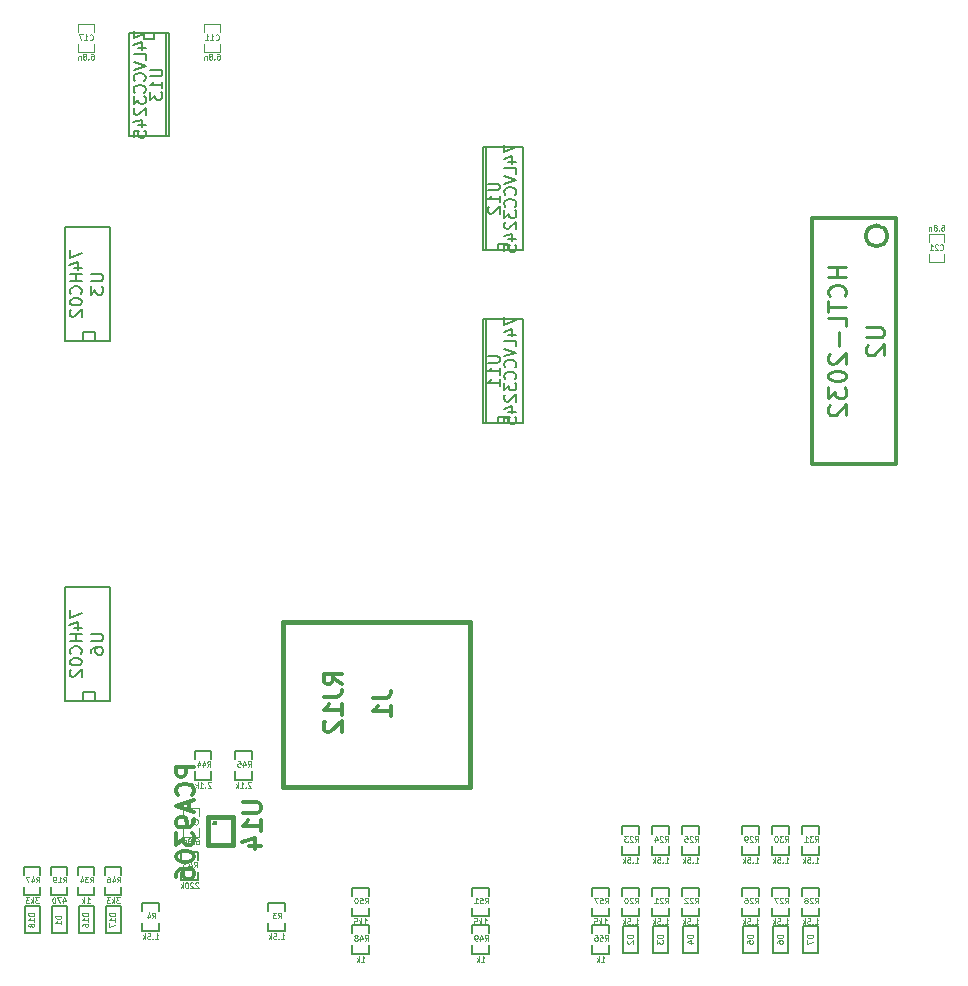
<source format=gbo>
G04 (created by PCBNEW (2013-07-07 BZR 4022)-stable) date ven. 16 mai 2014 20:48:24 CEST*
%MOIN*%
G04 Gerber Fmt 3.4, Leading zero omitted, Abs format*
%FSLAX34Y34*%
G01*
G70*
G90*
G04 APERTURE LIST*
%ADD10C,0.00590551*%
%ADD11C,0.015*%
%ADD12C,0.0051*%
%ADD13C,0.012*%
%ADD14C,0.008*%
%ADD15C,0.005*%
%ADD16C,0.0047*%
%ADD17C,0.0055*%
%ADD18C,0.01*%
%ADD19C,0.0045*%
G04 APERTURE END LIST*
G54D10*
G54D11*
X63700Y-28475D02*
X57450Y-28475D01*
X57450Y-28475D02*
X57450Y-33975D01*
X57450Y-33975D02*
X63700Y-33975D01*
X63700Y-33975D02*
X63700Y-28475D01*
X55200Y-35170D02*
G75*
G03X55200Y-35170I-20J0D01*
G74*
G01*
X55800Y-34965D02*
X55800Y-35915D01*
X55800Y-35915D02*
X54975Y-35915D01*
X54975Y-35915D02*
X54975Y-34965D01*
X54975Y-34965D02*
X55800Y-34965D01*
G54D12*
X65475Y-21825D02*
X65475Y-18375D01*
X64975Y-21825D02*
X64975Y-21625D01*
X64625Y-21825D02*
X64625Y-21625D01*
X64975Y-21625D02*
X64625Y-21625D01*
X64225Y-21825D02*
X64225Y-18375D01*
X64125Y-18375D02*
X64125Y-21825D01*
X65475Y-18375D02*
X64125Y-18375D01*
X64125Y-21825D02*
X65475Y-21825D01*
X65475Y-16075D02*
X65475Y-12625D01*
X64975Y-16075D02*
X64975Y-15875D01*
X64625Y-16075D02*
X64625Y-15875D01*
X64975Y-15875D02*
X64625Y-15875D01*
X64225Y-16075D02*
X64225Y-12625D01*
X64125Y-12625D02*
X64125Y-16075D01*
X65475Y-12625D02*
X64125Y-12625D01*
X64125Y-16075D02*
X65475Y-16075D01*
X52325Y-8825D02*
X52325Y-12275D01*
X52825Y-8825D02*
X52825Y-9025D01*
X53175Y-8825D02*
X53175Y-9025D01*
X52825Y-9025D02*
X53175Y-9025D01*
X53575Y-8825D02*
X53575Y-12275D01*
X53675Y-12275D02*
X53675Y-8825D01*
X52325Y-12275D02*
X53675Y-12275D01*
X53675Y-8825D02*
X52325Y-8825D01*
G54D13*
X77603Y-15600D02*
G75*
G03X77603Y-15600I-353J0D01*
G74*
G01*
X77900Y-15000D02*
X75100Y-15000D01*
X75100Y-15000D02*
X75100Y-23200D01*
X75100Y-23200D02*
X77900Y-23200D01*
X77900Y-23200D02*
X77900Y-15000D01*
G54D14*
X51700Y-31100D02*
X51700Y-27300D01*
X51700Y-27300D02*
X50200Y-27300D01*
X50200Y-27300D02*
X50200Y-31100D01*
X50200Y-31100D02*
X51700Y-31100D01*
X51200Y-31100D02*
X51200Y-30800D01*
X51200Y-30800D02*
X50800Y-30800D01*
X50800Y-30800D02*
X50800Y-31100D01*
X51700Y-19100D02*
X51700Y-15300D01*
X51700Y-15300D02*
X50200Y-15300D01*
X50200Y-15300D02*
X50200Y-19100D01*
X50200Y-19100D02*
X51700Y-19100D01*
X51200Y-19100D02*
X51200Y-18800D01*
X51200Y-18800D02*
X50800Y-18800D01*
X50800Y-18800D02*
X50800Y-19100D01*
G54D15*
X74325Y-37997D02*
X74325Y-38275D01*
X74325Y-38275D02*
X73775Y-38275D01*
X73775Y-38275D02*
X73775Y-37997D01*
X74325Y-37325D02*
X74325Y-37603D01*
X74325Y-37325D02*
X73775Y-37325D01*
X73775Y-37325D02*
X73775Y-37603D01*
X71325Y-35947D02*
X71325Y-36225D01*
X71325Y-36225D02*
X70775Y-36225D01*
X70775Y-36225D02*
X70775Y-35947D01*
X71325Y-35275D02*
X71325Y-35553D01*
X71325Y-35275D02*
X70775Y-35275D01*
X70775Y-35275D02*
X70775Y-35553D01*
X70325Y-35947D02*
X70325Y-36225D01*
X70325Y-36225D02*
X69775Y-36225D01*
X69775Y-36225D02*
X69775Y-35947D01*
X70325Y-35275D02*
X70325Y-35553D01*
X70325Y-35275D02*
X69775Y-35275D01*
X69775Y-35275D02*
X69775Y-35553D01*
X69325Y-35947D02*
X69325Y-36225D01*
X69325Y-36225D02*
X68775Y-36225D01*
X68775Y-36225D02*
X68775Y-35947D01*
X69325Y-35275D02*
X69325Y-35553D01*
X69325Y-35275D02*
X68775Y-35275D01*
X68775Y-35275D02*
X68775Y-35553D01*
X73325Y-35947D02*
X73325Y-36225D01*
X73325Y-36225D02*
X72775Y-36225D01*
X72775Y-36225D02*
X72775Y-35947D01*
X73325Y-35275D02*
X73325Y-35553D01*
X73325Y-35275D02*
X72775Y-35275D01*
X72775Y-35275D02*
X72775Y-35553D01*
X73325Y-37997D02*
X73325Y-38275D01*
X73325Y-38275D02*
X72775Y-38275D01*
X72775Y-38275D02*
X72775Y-37997D01*
X73325Y-37325D02*
X73325Y-37603D01*
X73325Y-37325D02*
X72775Y-37325D01*
X72775Y-37325D02*
X72775Y-37603D01*
X75325Y-37997D02*
X75325Y-38275D01*
X75325Y-38275D02*
X74775Y-38275D01*
X74775Y-38275D02*
X74775Y-37997D01*
X75325Y-37325D02*
X75325Y-37603D01*
X75325Y-37325D02*
X74775Y-37325D01*
X74775Y-37325D02*
X74775Y-37603D01*
X74325Y-35947D02*
X74325Y-36225D01*
X74325Y-36225D02*
X73775Y-36225D01*
X73775Y-36225D02*
X73775Y-35947D01*
X74325Y-35275D02*
X74325Y-35553D01*
X74325Y-35275D02*
X73775Y-35275D01*
X73775Y-35275D02*
X73775Y-35553D01*
X75325Y-35947D02*
X75325Y-36225D01*
X75325Y-36225D02*
X74775Y-36225D01*
X74775Y-36225D02*
X74775Y-35947D01*
X75325Y-35275D02*
X75325Y-35553D01*
X75325Y-35275D02*
X74775Y-35275D01*
X74775Y-35275D02*
X74775Y-35553D01*
X57525Y-38497D02*
X57525Y-38775D01*
X57525Y-38775D02*
X56975Y-38775D01*
X56975Y-38775D02*
X56975Y-38497D01*
X57525Y-37825D02*
X57525Y-38103D01*
X57525Y-37825D02*
X56975Y-37825D01*
X56975Y-37825D02*
X56975Y-38103D01*
X54625Y-36797D02*
X54625Y-37075D01*
X54625Y-37075D02*
X54075Y-37075D01*
X54075Y-37075D02*
X54075Y-36797D01*
X54625Y-36125D02*
X54625Y-36403D01*
X54625Y-36125D02*
X54075Y-36125D01*
X54075Y-36125D02*
X54075Y-36403D01*
X68325Y-39247D02*
X68325Y-39525D01*
X68325Y-39525D02*
X67775Y-39525D01*
X67775Y-39525D02*
X67775Y-39247D01*
X68325Y-38575D02*
X68325Y-38853D01*
X68325Y-38575D02*
X67775Y-38575D01*
X67775Y-38575D02*
X67775Y-38853D01*
X68325Y-37997D02*
X68325Y-38275D01*
X68325Y-38275D02*
X67775Y-38275D01*
X67775Y-38275D02*
X67775Y-37997D01*
X68325Y-37325D02*
X68325Y-37603D01*
X68325Y-37325D02*
X67775Y-37325D01*
X67775Y-37325D02*
X67775Y-37603D01*
X60325Y-39247D02*
X60325Y-39525D01*
X60325Y-39525D02*
X59775Y-39525D01*
X59775Y-39525D02*
X59775Y-39247D01*
X60325Y-38575D02*
X60325Y-38853D01*
X60325Y-38575D02*
X59775Y-38575D01*
X59775Y-38575D02*
X59775Y-38853D01*
X64325Y-39247D02*
X64325Y-39525D01*
X64325Y-39525D02*
X63775Y-39525D01*
X63775Y-39525D02*
X63775Y-39247D01*
X64325Y-38575D02*
X64325Y-38853D01*
X64325Y-38575D02*
X63775Y-38575D01*
X63775Y-38575D02*
X63775Y-38853D01*
X64325Y-37997D02*
X64325Y-38275D01*
X64325Y-38275D02*
X63775Y-38275D01*
X63775Y-38275D02*
X63775Y-37997D01*
X64325Y-37325D02*
X64325Y-37603D01*
X64325Y-37325D02*
X63775Y-37325D01*
X63775Y-37325D02*
X63775Y-37603D01*
X60325Y-37997D02*
X60325Y-38275D01*
X60325Y-38275D02*
X59775Y-38275D01*
X59775Y-38275D02*
X59775Y-37997D01*
X60325Y-37325D02*
X60325Y-37603D01*
X60325Y-37325D02*
X59775Y-37325D01*
X59775Y-37325D02*
X59775Y-37603D01*
X56425Y-33447D02*
X56425Y-33725D01*
X56425Y-33725D02*
X55875Y-33725D01*
X55875Y-33725D02*
X55875Y-33447D01*
X56425Y-32775D02*
X56425Y-33053D01*
X56425Y-32775D02*
X55875Y-32775D01*
X55875Y-32775D02*
X55875Y-33053D01*
X55075Y-33447D02*
X55075Y-33725D01*
X55075Y-33725D02*
X54525Y-33725D01*
X54525Y-33725D02*
X54525Y-33447D01*
X55075Y-32775D02*
X55075Y-33053D01*
X55075Y-32775D02*
X54525Y-32775D01*
X54525Y-32775D02*
X54525Y-33053D01*
X71325Y-37997D02*
X71325Y-38275D01*
X71325Y-38275D02*
X70775Y-38275D01*
X70775Y-38275D02*
X70775Y-37997D01*
X71325Y-37325D02*
X71325Y-37603D01*
X71325Y-37325D02*
X70775Y-37325D01*
X70775Y-37325D02*
X70775Y-37603D01*
X69325Y-37997D02*
X69325Y-38275D01*
X69325Y-38275D02*
X68775Y-38275D01*
X68775Y-38275D02*
X68775Y-37997D01*
X69325Y-37325D02*
X69325Y-37603D01*
X69325Y-37325D02*
X68775Y-37325D01*
X68775Y-37325D02*
X68775Y-37603D01*
X70325Y-37997D02*
X70325Y-38275D01*
X70325Y-38275D02*
X69775Y-38275D01*
X69775Y-38275D02*
X69775Y-37997D01*
X70325Y-37325D02*
X70325Y-37603D01*
X70325Y-37325D02*
X69775Y-37325D01*
X69775Y-37325D02*
X69775Y-37603D01*
X53325Y-38497D02*
X53325Y-38775D01*
X53325Y-38775D02*
X52775Y-38775D01*
X52775Y-38775D02*
X52775Y-38497D01*
X53325Y-37825D02*
X53325Y-38103D01*
X53325Y-37825D02*
X52775Y-37825D01*
X52775Y-37825D02*
X52775Y-38103D01*
X50275Y-37297D02*
X50275Y-37575D01*
X50275Y-37575D02*
X49725Y-37575D01*
X49725Y-37575D02*
X49725Y-37297D01*
X50275Y-36625D02*
X50275Y-36903D01*
X50275Y-36625D02*
X49725Y-36625D01*
X49725Y-36625D02*
X49725Y-36903D01*
X51175Y-37297D02*
X51175Y-37575D01*
X51175Y-37575D02*
X50625Y-37575D01*
X50625Y-37575D02*
X50625Y-37297D01*
X51175Y-36625D02*
X51175Y-36903D01*
X51175Y-36625D02*
X50625Y-36625D01*
X50625Y-36625D02*
X50625Y-36903D01*
X52075Y-37297D02*
X52075Y-37575D01*
X52075Y-37575D02*
X51525Y-37575D01*
X51525Y-37575D02*
X51525Y-37297D01*
X52075Y-36625D02*
X52075Y-36903D01*
X52075Y-36625D02*
X51525Y-36625D01*
X51525Y-36625D02*
X51525Y-36903D01*
X49375Y-37297D02*
X49375Y-37575D01*
X49375Y-37575D02*
X48825Y-37575D01*
X48825Y-37575D02*
X48825Y-37297D01*
X49375Y-36625D02*
X49375Y-36903D01*
X49375Y-36625D02*
X48825Y-36625D01*
X48825Y-36625D02*
X48825Y-36903D01*
G54D16*
X54144Y-34953D02*
X54144Y-34678D01*
X54144Y-35347D02*
X54144Y-35622D01*
X54656Y-34953D02*
X54656Y-34678D01*
X54656Y-35622D02*
X54656Y-35347D01*
X54650Y-34678D02*
X54150Y-34678D01*
X54150Y-35622D02*
X54650Y-35622D01*
X54844Y-8803D02*
X54844Y-8528D01*
X54844Y-9197D02*
X54844Y-9472D01*
X55356Y-8803D02*
X55356Y-8528D01*
X55356Y-9472D02*
X55356Y-9197D01*
X55350Y-8528D02*
X54850Y-8528D01*
X54850Y-9472D02*
X55350Y-9472D01*
X50644Y-8803D02*
X50644Y-8528D01*
X50644Y-9197D02*
X50644Y-9472D01*
X51156Y-8803D02*
X51156Y-8528D01*
X51156Y-9472D02*
X51156Y-9197D01*
X51150Y-8528D02*
X50650Y-8528D01*
X50650Y-9472D02*
X51150Y-9472D01*
X79506Y-16197D02*
X79506Y-16472D01*
X79506Y-15803D02*
X79506Y-15528D01*
X78994Y-16197D02*
X78994Y-16472D01*
X78994Y-15528D02*
X78994Y-15803D01*
X79000Y-16472D02*
X79500Y-16472D01*
X79500Y-15528D02*
X79000Y-15528D01*
G54D15*
X51150Y-38850D02*
X51150Y-37950D01*
X51150Y-37950D02*
X50650Y-37950D01*
X50650Y-37950D02*
X50650Y-38850D01*
X50650Y-38850D02*
X51150Y-38850D01*
X50250Y-38850D02*
X50250Y-37950D01*
X50250Y-37950D02*
X49750Y-37950D01*
X49750Y-37950D02*
X49750Y-38850D01*
X49750Y-38850D02*
X50250Y-38850D01*
X49350Y-38850D02*
X49350Y-37950D01*
X49350Y-37950D02*
X48850Y-37950D01*
X48850Y-37950D02*
X48850Y-38850D01*
X48850Y-38850D02*
X49350Y-38850D01*
X52050Y-38850D02*
X52050Y-37950D01*
X52050Y-37950D02*
X51550Y-37950D01*
X51550Y-37950D02*
X51550Y-38850D01*
X51550Y-38850D02*
X52050Y-38850D01*
X69300Y-39500D02*
X69300Y-38600D01*
X69300Y-38600D02*
X68800Y-38600D01*
X68800Y-38600D02*
X68800Y-39500D01*
X68800Y-39500D02*
X69300Y-39500D01*
X71300Y-39500D02*
X71300Y-38600D01*
X71300Y-38600D02*
X70800Y-38600D01*
X70800Y-38600D02*
X70800Y-39500D01*
X70800Y-39500D02*
X71300Y-39500D01*
X70300Y-39500D02*
X70300Y-38600D01*
X70300Y-38600D02*
X69800Y-38600D01*
X69800Y-38600D02*
X69800Y-39500D01*
X69800Y-39500D02*
X70300Y-39500D01*
X73300Y-39500D02*
X73300Y-38600D01*
X73300Y-38600D02*
X72800Y-38600D01*
X72800Y-38600D02*
X72800Y-39500D01*
X72800Y-39500D02*
X73300Y-39500D01*
X74300Y-39500D02*
X74300Y-38600D01*
X74300Y-38600D02*
X73800Y-38600D01*
X73800Y-38600D02*
X73800Y-39500D01*
X73800Y-39500D02*
X74300Y-39500D01*
X75300Y-39500D02*
X75300Y-38600D01*
X75300Y-38600D02*
X74800Y-38600D01*
X74800Y-38600D02*
X74800Y-39500D01*
X74800Y-39500D02*
X75300Y-39500D01*
G54D13*
X60467Y-31000D02*
X60896Y-31000D01*
X60982Y-30971D01*
X61039Y-30914D01*
X61067Y-30828D01*
X61067Y-30771D01*
X61067Y-31600D02*
X61067Y-31257D01*
X61067Y-31428D02*
X60467Y-31428D01*
X60553Y-31371D01*
X60610Y-31314D01*
X60639Y-31257D01*
X59417Y-30535D02*
X59132Y-30335D01*
X59417Y-30192D02*
X58817Y-30192D01*
X58817Y-30421D01*
X58846Y-30478D01*
X58875Y-30507D01*
X58932Y-30535D01*
X59017Y-30535D01*
X59075Y-30507D01*
X59103Y-30478D01*
X59132Y-30421D01*
X59132Y-30192D01*
X58817Y-30964D02*
X59246Y-30964D01*
X59332Y-30935D01*
X59389Y-30878D01*
X59417Y-30792D01*
X59417Y-30735D01*
X59417Y-31564D02*
X59417Y-31221D01*
X59417Y-31392D02*
X58817Y-31392D01*
X58903Y-31335D01*
X58960Y-31278D01*
X58989Y-31221D01*
X58875Y-31792D02*
X58846Y-31821D01*
X58817Y-31878D01*
X58817Y-32021D01*
X58846Y-32078D01*
X58875Y-32107D01*
X58932Y-32135D01*
X58989Y-32135D01*
X59075Y-32107D01*
X59417Y-31764D01*
X59417Y-32135D01*
X56122Y-34487D02*
X56608Y-34487D01*
X56665Y-34515D01*
X56694Y-34544D01*
X56722Y-34601D01*
X56722Y-34715D01*
X56694Y-34772D01*
X56665Y-34801D01*
X56608Y-34830D01*
X56122Y-34830D01*
X56722Y-35430D02*
X56722Y-35087D01*
X56722Y-35258D02*
X56122Y-35258D01*
X56208Y-35201D01*
X56265Y-35144D01*
X56294Y-35087D01*
X56322Y-35944D02*
X56722Y-35944D01*
X56094Y-35801D02*
X56522Y-35658D01*
X56522Y-36030D01*
X54502Y-33292D02*
X53902Y-33292D01*
X53902Y-33521D01*
X53931Y-33578D01*
X53960Y-33607D01*
X54017Y-33635D01*
X54102Y-33635D01*
X54160Y-33607D01*
X54188Y-33578D01*
X54217Y-33521D01*
X54217Y-33292D01*
X54445Y-34235D02*
X54474Y-34207D01*
X54502Y-34121D01*
X54502Y-34064D01*
X54474Y-33978D01*
X54417Y-33921D01*
X54360Y-33892D01*
X54245Y-33864D01*
X54160Y-33864D01*
X54045Y-33892D01*
X53988Y-33921D01*
X53931Y-33978D01*
X53902Y-34064D01*
X53902Y-34121D01*
X53931Y-34207D01*
X53960Y-34235D01*
X54331Y-34464D02*
X54331Y-34749D01*
X54502Y-34407D02*
X53902Y-34607D01*
X54502Y-34807D01*
X54502Y-35035D02*
X54502Y-35149D01*
X54474Y-35207D01*
X54445Y-35235D01*
X54360Y-35292D01*
X54245Y-35321D01*
X54017Y-35321D01*
X53960Y-35292D01*
X53931Y-35264D01*
X53902Y-35207D01*
X53902Y-35092D01*
X53931Y-35035D01*
X53960Y-35007D01*
X54017Y-34978D01*
X54160Y-34978D01*
X54217Y-35007D01*
X54245Y-35035D01*
X54274Y-35092D01*
X54274Y-35207D01*
X54245Y-35264D01*
X54217Y-35292D01*
X54160Y-35321D01*
X53902Y-35521D02*
X53902Y-35892D01*
X54131Y-35692D01*
X54131Y-35778D01*
X54160Y-35835D01*
X54188Y-35864D01*
X54245Y-35892D01*
X54388Y-35892D01*
X54445Y-35864D01*
X54474Y-35835D01*
X54502Y-35778D01*
X54502Y-35607D01*
X54474Y-35550D01*
X54445Y-35521D01*
X53902Y-36264D02*
X53902Y-36321D01*
X53931Y-36378D01*
X53960Y-36407D01*
X54017Y-36435D01*
X54131Y-36464D01*
X54274Y-36464D01*
X54388Y-36435D01*
X54445Y-36407D01*
X54474Y-36378D01*
X54502Y-36321D01*
X54502Y-36264D01*
X54474Y-36207D01*
X54445Y-36178D01*
X54388Y-36150D01*
X54274Y-36121D01*
X54131Y-36121D01*
X54017Y-36150D01*
X53960Y-36178D01*
X53931Y-36207D01*
X53902Y-36264D01*
X53902Y-36978D02*
X53902Y-36864D01*
X53931Y-36807D01*
X53960Y-36778D01*
X54045Y-36721D01*
X54160Y-36692D01*
X54388Y-36692D01*
X54445Y-36721D01*
X54474Y-36750D01*
X54502Y-36807D01*
X54502Y-36921D01*
X54474Y-36978D01*
X54445Y-37007D01*
X54388Y-37035D01*
X54245Y-37035D01*
X54188Y-37007D01*
X54160Y-36978D01*
X54131Y-36921D01*
X54131Y-36807D01*
X54160Y-36750D01*
X54188Y-36721D01*
X54245Y-36692D01*
G54D17*
X64290Y-19612D02*
X64609Y-19612D01*
X64646Y-19630D01*
X64665Y-19649D01*
X64684Y-19687D01*
X64684Y-19762D01*
X64665Y-19799D01*
X64646Y-19818D01*
X64609Y-19837D01*
X64290Y-19837D01*
X64684Y-20231D02*
X64684Y-20006D01*
X64684Y-20118D02*
X64290Y-20118D01*
X64346Y-20081D01*
X64384Y-20043D01*
X64403Y-20006D01*
X64684Y-20606D02*
X64684Y-20381D01*
X64684Y-20494D02*
X64290Y-20494D01*
X64346Y-20456D01*
X64384Y-20418D01*
X64403Y-20381D01*
G54D12*
X64840Y-18308D02*
X64840Y-18570D01*
X65234Y-18402D01*
X64971Y-18889D02*
X65234Y-18889D01*
X64821Y-18796D02*
X65103Y-18702D01*
X65103Y-18946D01*
X65234Y-19283D02*
X65234Y-19096D01*
X64840Y-19096D01*
X64840Y-19358D02*
X65234Y-19490D01*
X64840Y-19621D01*
X65196Y-19978D02*
X65215Y-19959D01*
X65234Y-19903D01*
X65234Y-19865D01*
X65215Y-19809D01*
X65178Y-19771D01*
X65140Y-19752D01*
X65065Y-19734D01*
X65009Y-19734D01*
X64934Y-19752D01*
X64896Y-19771D01*
X64859Y-19809D01*
X64840Y-19865D01*
X64840Y-19903D01*
X64859Y-19959D01*
X64878Y-19978D01*
X65196Y-20372D02*
X65215Y-20353D01*
X65234Y-20297D01*
X65234Y-20259D01*
X65215Y-20203D01*
X65178Y-20165D01*
X65140Y-20146D01*
X65065Y-20128D01*
X65009Y-20128D01*
X64934Y-20146D01*
X64896Y-20165D01*
X64859Y-20203D01*
X64840Y-20259D01*
X64840Y-20297D01*
X64859Y-20353D01*
X64878Y-20372D01*
X64840Y-20503D02*
X64840Y-20747D01*
X64990Y-20615D01*
X64990Y-20672D01*
X65009Y-20709D01*
X65028Y-20728D01*
X65065Y-20747D01*
X65159Y-20747D01*
X65196Y-20728D01*
X65215Y-20709D01*
X65234Y-20672D01*
X65234Y-20559D01*
X65215Y-20522D01*
X65196Y-20503D01*
X64878Y-20897D02*
X64859Y-20916D01*
X64840Y-20953D01*
X64840Y-21047D01*
X64859Y-21085D01*
X64878Y-21103D01*
X64915Y-21122D01*
X64953Y-21122D01*
X65009Y-21103D01*
X65234Y-20878D01*
X65234Y-21122D01*
X64971Y-21460D02*
X65234Y-21460D01*
X64821Y-21366D02*
X65103Y-21272D01*
X65103Y-21516D01*
X64840Y-21854D02*
X64840Y-21666D01*
X65028Y-21647D01*
X65009Y-21666D01*
X64990Y-21704D01*
X64990Y-21797D01*
X65009Y-21835D01*
X65028Y-21854D01*
X65065Y-21873D01*
X65159Y-21873D01*
X65196Y-21854D01*
X65215Y-21835D01*
X65234Y-21797D01*
X65234Y-21704D01*
X65215Y-21666D01*
X65196Y-21647D01*
G54D17*
X64290Y-13862D02*
X64609Y-13862D01*
X64646Y-13880D01*
X64665Y-13899D01*
X64684Y-13937D01*
X64684Y-14012D01*
X64665Y-14049D01*
X64646Y-14068D01*
X64609Y-14087D01*
X64290Y-14087D01*
X64684Y-14481D02*
X64684Y-14256D01*
X64684Y-14368D02*
X64290Y-14368D01*
X64346Y-14331D01*
X64384Y-14293D01*
X64403Y-14256D01*
X64328Y-14631D02*
X64309Y-14650D01*
X64290Y-14687D01*
X64290Y-14781D01*
X64309Y-14819D01*
X64328Y-14837D01*
X64365Y-14856D01*
X64403Y-14856D01*
X64459Y-14837D01*
X64684Y-14612D01*
X64684Y-14856D01*
G54D12*
X64840Y-12558D02*
X64840Y-12820D01*
X65234Y-12652D01*
X64971Y-13139D02*
X65234Y-13139D01*
X64821Y-13046D02*
X65103Y-12952D01*
X65103Y-13196D01*
X65234Y-13533D02*
X65234Y-13346D01*
X64840Y-13346D01*
X64840Y-13608D02*
X65234Y-13740D01*
X64840Y-13871D01*
X65196Y-14228D02*
X65215Y-14209D01*
X65234Y-14153D01*
X65234Y-14115D01*
X65215Y-14059D01*
X65178Y-14021D01*
X65140Y-14002D01*
X65065Y-13984D01*
X65009Y-13984D01*
X64934Y-14002D01*
X64896Y-14021D01*
X64859Y-14059D01*
X64840Y-14115D01*
X64840Y-14153D01*
X64859Y-14209D01*
X64878Y-14228D01*
X65196Y-14622D02*
X65215Y-14603D01*
X65234Y-14547D01*
X65234Y-14509D01*
X65215Y-14453D01*
X65178Y-14415D01*
X65140Y-14396D01*
X65065Y-14378D01*
X65009Y-14378D01*
X64934Y-14396D01*
X64896Y-14415D01*
X64859Y-14453D01*
X64840Y-14509D01*
X64840Y-14547D01*
X64859Y-14603D01*
X64878Y-14622D01*
X64840Y-14753D02*
X64840Y-14997D01*
X64990Y-14865D01*
X64990Y-14922D01*
X65009Y-14959D01*
X65028Y-14978D01*
X65065Y-14997D01*
X65159Y-14997D01*
X65196Y-14978D01*
X65215Y-14959D01*
X65234Y-14922D01*
X65234Y-14809D01*
X65215Y-14772D01*
X65196Y-14753D01*
X64878Y-15147D02*
X64859Y-15166D01*
X64840Y-15203D01*
X64840Y-15297D01*
X64859Y-15335D01*
X64878Y-15353D01*
X64915Y-15372D01*
X64953Y-15372D01*
X65009Y-15353D01*
X65234Y-15128D01*
X65234Y-15372D01*
X64971Y-15710D02*
X65234Y-15710D01*
X64821Y-15616D02*
X65103Y-15522D01*
X65103Y-15766D01*
X64840Y-16104D02*
X64840Y-15916D01*
X65028Y-15897D01*
X65009Y-15916D01*
X64990Y-15954D01*
X64990Y-16047D01*
X65009Y-16085D01*
X65028Y-16104D01*
X65065Y-16123D01*
X65159Y-16123D01*
X65196Y-16104D01*
X65215Y-16085D01*
X65234Y-16047D01*
X65234Y-15954D01*
X65215Y-15916D01*
X65196Y-15897D01*
G54D17*
X53040Y-10062D02*
X53359Y-10062D01*
X53396Y-10080D01*
X53415Y-10099D01*
X53434Y-10137D01*
X53434Y-10212D01*
X53415Y-10249D01*
X53396Y-10268D01*
X53359Y-10287D01*
X53040Y-10287D01*
X53434Y-10681D02*
X53434Y-10456D01*
X53434Y-10568D02*
X53040Y-10568D01*
X53096Y-10531D01*
X53134Y-10493D01*
X53153Y-10456D01*
X53040Y-10812D02*
X53040Y-11056D01*
X53190Y-10925D01*
X53190Y-10981D01*
X53209Y-11019D01*
X53228Y-11037D01*
X53265Y-11056D01*
X53359Y-11056D01*
X53396Y-11037D01*
X53415Y-11019D01*
X53434Y-10981D01*
X53434Y-10868D01*
X53415Y-10831D01*
X53396Y-10812D01*
G54D12*
X52490Y-8758D02*
X52490Y-9020D01*
X52884Y-8852D01*
X52621Y-9339D02*
X52884Y-9339D01*
X52471Y-9246D02*
X52753Y-9152D01*
X52753Y-9396D01*
X52884Y-9733D02*
X52884Y-9546D01*
X52490Y-9546D01*
X52490Y-9808D02*
X52884Y-9940D01*
X52490Y-10071D01*
X52846Y-10428D02*
X52865Y-10409D01*
X52884Y-10353D01*
X52884Y-10315D01*
X52865Y-10259D01*
X52828Y-10221D01*
X52790Y-10202D01*
X52715Y-10184D01*
X52659Y-10184D01*
X52584Y-10202D01*
X52546Y-10221D01*
X52509Y-10259D01*
X52490Y-10315D01*
X52490Y-10353D01*
X52509Y-10409D01*
X52528Y-10428D01*
X52846Y-10822D02*
X52865Y-10803D01*
X52884Y-10747D01*
X52884Y-10709D01*
X52865Y-10653D01*
X52828Y-10615D01*
X52790Y-10596D01*
X52715Y-10578D01*
X52659Y-10578D01*
X52584Y-10596D01*
X52546Y-10615D01*
X52509Y-10653D01*
X52490Y-10709D01*
X52490Y-10747D01*
X52509Y-10803D01*
X52528Y-10822D01*
X52490Y-10953D02*
X52490Y-11197D01*
X52640Y-11065D01*
X52640Y-11122D01*
X52659Y-11159D01*
X52678Y-11178D01*
X52715Y-11197D01*
X52809Y-11197D01*
X52846Y-11178D01*
X52865Y-11159D01*
X52884Y-11122D01*
X52884Y-11009D01*
X52865Y-10972D01*
X52846Y-10953D01*
X52528Y-11347D02*
X52509Y-11366D01*
X52490Y-11403D01*
X52490Y-11497D01*
X52509Y-11535D01*
X52528Y-11553D01*
X52565Y-11572D01*
X52603Y-11572D01*
X52659Y-11553D01*
X52884Y-11328D01*
X52884Y-11572D01*
X52621Y-11910D02*
X52884Y-11910D01*
X52471Y-11816D02*
X52753Y-11722D01*
X52753Y-11966D01*
X52490Y-12304D02*
X52490Y-12116D01*
X52678Y-12097D01*
X52659Y-12116D01*
X52640Y-12154D01*
X52640Y-12247D01*
X52659Y-12285D01*
X52678Y-12304D01*
X52715Y-12323D01*
X52809Y-12323D01*
X52846Y-12304D01*
X52865Y-12285D01*
X52884Y-12247D01*
X52884Y-12154D01*
X52865Y-12116D01*
X52846Y-12097D01*
G54D18*
X76892Y-18642D02*
X77378Y-18642D01*
X77435Y-18671D01*
X77464Y-18700D01*
X77492Y-18757D01*
X77492Y-18871D01*
X77464Y-18928D01*
X77435Y-18957D01*
X77378Y-18985D01*
X76892Y-18985D01*
X76950Y-19242D02*
X76921Y-19271D01*
X76892Y-19328D01*
X76892Y-19471D01*
X76921Y-19528D01*
X76950Y-19557D01*
X77007Y-19585D01*
X77064Y-19585D01*
X77150Y-19557D01*
X77492Y-19214D01*
X77492Y-19585D01*
X76242Y-16642D02*
X75642Y-16642D01*
X75928Y-16642D02*
X75928Y-16985D01*
X76242Y-16985D02*
X75642Y-16985D01*
X76185Y-17614D02*
X76214Y-17585D01*
X76242Y-17500D01*
X76242Y-17442D01*
X76214Y-17357D01*
X76157Y-17300D01*
X76100Y-17271D01*
X75985Y-17242D01*
X75900Y-17242D01*
X75785Y-17271D01*
X75728Y-17300D01*
X75671Y-17357D01*
X75642Y-17442D01*
X75642Y-17500D01*
X75671Y-17585D01*
X75700Y-17614D01*
X75642Y-17785D02*
X75642Y-18128D01*
X76242Y-17957D02*
X75642Y-17957D01*
X76242Y-18614D02*
X76242Y-18328D01*
X75642Y-18328D01*
X76014Y-18814D02*
X76014Y-19271D01*
X75700Y-19528D02*
X75671Y-19557D01*
X75642Y-19614D01*
X75642Y-19757D01*
X75671Y-19814D01*
X75700Y-19842D01*
X75757Y-19871D01*
X75814Y-19871D01*
X75900Y-19842D01*
X76242Y-19499D01*
X76242Y-19871D01*
X75642Y-20242D02*
X75642Y-20300D01*
X75671Y-20357D01*
X75700Y-20385D01*
X75757Y-20414D01*
X75871Y-20442D01*
X76014Y-20442D01*
X76128Y-20414D01*
X76185Y-20385D01*
X76214Y-20357D01*
X76242Y-20300D01*
X76242Y-20242D01*
X76214Y-20185D01*
X76185Y-20157D01*
X76128Y-20128D01*
X76014Y-20100D01*
X75871Y-20100D01*
X75757Y-20128D01*
X75700Y-20157D01*
X75671Y-20185D01*
X75642Y-20242D01*
X75642Y-20642D02*
X75642Y-21014D01*
X75871Y-20814D01*
X75871Y-20900D01*
X75900Y-20957D01*
X75928Y-20985D01*
X75985Y-21014D01*
X76128Y-21014D01*
X76185Y-20985D01*
X76214Y-20957D01*
X76242Y-20900D01*
X76242Y-20728D01*
X76214Y-20671D01*
X76185Y-20642D01*
X75700Y-21242D02*
X75671Y-21271D01*
X75642Y-21328D01*
X75642Y-21471D01*
X75671Y-21528D01*
X75700Y-21557D01*
X75757Y-21585D01*
X75814Y-21585D01*
X75900Y-21557D01*
X76242Y-21214D01*
X76242Y-21585D01*
G54D15*
X51061Y-28857D02*
X51385Y-28857D01*
X51423Y-28878D01*
X51442Y-28900D01*
X51461Y-28942D01*
X51461Y-29028D01*
X51442Y-29071D01*
X51423Y-29092D01*
X51385Y-29114D01*
X51061Y-29114D01*
X51061Y-29521D02*
X51061Y-29435D01*
X51080Y-29392D01*
X51100Y-29371D01*
X51157Y-29328D01*
X51233Y-29307D01*
X51385Y-29307D01*
X51423Y-29328D01*
X51442Y-29350D01*
X51461Y-29392D01*
X51461Y-29478D01*
X51442Y-29521D01*
X51423Y-29542D01*
X51385Y-29564D01*
X51290Y-29564D01*
X51252Y-29542D01*
X51233Y-29521D01*
X51214Y-29478D01*
X51214Y-29392D01*
X51233Y-29350D01*
X51252Y-29328D01*
X51290Y-29307D01*
X50361Y-28085D02*
X50361Y-28352D01*
X50761Y-28180D01*
X50495Y-28676D02*
X50761Y-28676D01*
X50342Y-28580D02*
X50628Y-28485D01*
X50628Y-28733D01*
X50761Y-28885D02*
X50361Y-28885D01*
X50552Y-28885D02*
X50552Y-29114D01*
X50761Y-29114D02*
X50361Y-29114D01*
X50723Y-29533D02*
X50742Y-29514D01*
X50761Y-29457D01*
X50761Y-29419D01*
X50742Y-29361D01*
X50704Y-29323D01*
X50666Y-29304D01*
X50590Y-29285D01*
X50533Y-29285D01*
X50457Y-29304D01*
X50419Y-29323D01*
X50380Y-29361D01*
X50361Y-29419D01*
X50361Y-29457D01*
X50380Y-29514D01*
X50400Y-29533D01*
X50361Y-29780D02*
X50361Y-29819D01*
X50380Y-29857D01*
X50400Y-29876D01*
X50438Y-29895D01*
X50514Y-29914D01*
X50609Y-29914D01*
X50685Y-29895D01*
X50723Y-29876D01*
X50742Y-29857D01*
X50761Y-29819D01*
X50761Y-29780D01*
X50742Y-29742D01*
X50723Y-29723D01*
X50685Y-29704D01*
X50609Y-29685D01*
X50514Y-29685D01*
X50438Y-29704D01*
X50400Y-29723D01*
X50380Y-29742D01*
X50361Y-29780D01*
X50400Y-30066D02*
X50380Y-30085D01*
X50361Y-30123D01*
X50361Y-30219D01*
X50380Y-30257D01*
X50400Y-30276D01*
X50438Y-30295D01*
X50476Y-30295D01*
X50533Y-30276D01*
X50761Y-30047D01*
X50761Y-30295D01*
X51061Y-16857D02*
X51385Y-16857D01*
X51423Y-16878D01*
X51442Y-16900D01*
X51461Y-16942D01*
X51461Y-17028D01*
X51442Y-17071D01*
X51423Y-17092D01*
X51385Y-17114D01*
X51061Y-17114D01*
X51061Y-17285D02*
X51061Y-17564D01*
X51214Y-17414D01*
X51214Y-17478D01*
X51233Y-17521D01*
X51252Y-17542D01*
X51290Y-17564D01*
X51385Y-17564D01*
X51423Y-17542D01*
X51442Y-17521D01*
X51461Y-17478D01*
X51461Y-17350D01*
X51442Y-17307D01*
X51423Y-17285D01*
X50361Y-16085D02*
X50361Y-16352D01*
X50761Y-16180D01*
X50495Y-16676D02*
X50761Y-16676D01*
X50342Y-16580D02*
X50628Y-16485D01*
X50628Y-16733D01*
X50761Y-16885D02*
X50361Y-16885D01*
X50552Y-16885D02*
X50552Y-17114D01*
X50761Y-17114D02*
X50361Y-17114D01*
X50723Y-17533D02*
X50742Y-17514D01*
X50761Y-17457D01*
X50761Y-17419D01*
X50742Y-17361D01*
X50704Y-17323D01*
X50666Y-17304D01*
X50590Y-17285D01*
X50533Y-17285D01*
X50457Y-17304D01*
X50419Y-17323D01*
X50380Y-17361D01*
X50361Y-17419D01*
X50361Y-17457D01*
X50380Y-17514D01*
X50400Y-17533D01*
X50361Y-17780D02*
X50361Y-17819D01*
X50380Y-17857D01*
X50400Y-17876D01*
X50438Y-17895D01*
X50514Y-17914D01*
X50609Y-17914D01*
X50685Y-17895D01*
X50723Y-17876D01*
X50742Y-17857D01*
X50761Y-17819D01*
X50761Y-17780D01*
X50742Y-17742D01*
X50723Y-17723D01*
X50685Y-17704D01*
X50609Y-17685D01*
X50514Y-17685D01*
X50438Y-17704D01*
X50400Y-17723D01*
X50380Y-17742D01*
X50361Y-17780D01*
X50400Y-18066D02*
X50380Y-18085D01*
X50361Y-18123D01*
X50361Y-18219D01*
X50380Y-18257D01*
X50400Y-18276D01*
X50438Y-18295D01*
X50476Y-18295D01*
X50533Y-18276D01*
X50761Y-18047D01*
X50761Y-18295D01*
G54D19*
X74190Y-37854D02*
X74250Y-37760D01*
X74293Y-37854D02*
X74293Y-37657D01*
X74225Y-37657D01*
X74207Y-37667D01*
X74199Y-37676D01*
X74190Y-37695D01*
X74190Y-37723D01*
X74199Y-37742D01*
X74207Y-37751D01*
X74225Y-37760D01*
X74293Y-37760D01*
X74122Y-37676D02*
X74113Y-37667D01*
X74096Y-37657D01*
X74053Y-37657D01*
X74036Y-37667D01*
X74027Y-37676D01*
X74019Y-37695D01*
X74019Y-37714D01*
X74027Y-37742D01*
X74130Y-37854D01*
X74019Y-37854D01*
X73959Y-37657D02*
X73839Y-37657D01*
X73916Y-37854D01*
X74200Y-38549D02*
X74302Y-38549D01*
X74251Y-38549D02*
X74251Y-38349D01*
X74268Y-38378D01*
X74285Y-38397D01*
X74302Y-38407D01*
X74122Y-38530D02*
X74114Y-38540D01*
X74122Y-38549D01*
X74131Y-38540D01*
X74122Y-38530D01*
X74122Y-38549D01*
X73951Y-38349D02*
X74037Y-38349D01*
X74045Y-38445D01*
X74037Y-38435D01*
X74020Y-38426D01*
X73977Y-38426D01*
X73960Y-38435D01*
X73951Y-38445D01*
X73942Y-38464D01*
X73942Y-38511D01*
X73951Y-38530D01*
X73960Y-38540D01*
X73977Y-38549D01*
X74020Y-38549D01*
X74037Y-38540D01*
X74045Y-38530D01*
X73865Y-38549D02*
X73865Y-38349D01*
X73848Y-38473D02*
X73797Y-38549D01*
X73797Y-38416D02*
X73865Y-38492D01*
X71190Y-35804D02*
X71250Y-35710D01*
X71293Y-35804D02*
X71293Y-35607D01*
X71225Y-35607D01*
X71207Y-35617D01*
X71199Y-35626D01*
X71190Y-35645D01*
X71190Y-35673D01*
X71199Y-35692D01*
X71207Y-35701D01*
X71225Y-35710D01*
X71293Y-35710D01*
X71122Y-35626D02*
X71113Y-35617D01*
X71096Y-35607D01*
X71053Y-35607D01*
X71036Y-35617D01*
X71027Y-35626D01*
X71019Y-35645D01*
X71019Y-35664D01*
X71027Y-35692D01*
X71130Y-35804D01*
X71019Y-35804D01*
X70856Y-35607D02*
X70942Y-35607D01*
X70950Y-35701D01*
X70942Y-35692D01*
X70925Y-35682D01*
X70882Y-35682D01*
X70865Y-35692D01*
X70856Y-35701D01*
X70847Y-35720D01*
X70847Y-35767D01*
X70856Y-35785D01*
X70865Y-35795D01*
X70882Y-35804D01*
X70925Y-35804D01*
X70942Y-35795D01*
X70950Y-35785D01*
X71200Y-36499D02*
X71302Y-36499D01*
X71251Y-36499D02*
X71251Y-36299D01*
X71268Y-36328D01*
X71285Y-36347D01*
X71302Y-36357D01*
X71122Y-36480D02*
X71114Y-36490D01*
X71122Y-36499D01*
X71131Y-36490D01*
X71122Y-36480D01*
X71122Y-36499D01*
X70951Y-36299D02*
X71037Y-36299D01*
X71045Y-36395D01*
X71037Y-36385D01*
X71020Y-36376D01*
X70977Y-36376D01*
X70960Y-36385D01*
X70951Y-36395D01*
X70942Y-36414D01*
X70942Y-36461D01*
X70951Y-36480D01*
X70960Y-36490D01*
X70977Y-36499D01*
X71020Y-36499D01*
X71037Y-36490D01*
X71045Y-36480D01*
X70865Y-36499D02*
X70865Y-36299D01*
X70848Y-36423D02*
X70797Y-36499D01*
X70797Y-36366D02*
X70865Y-36442D01*
X70190Y-35804D02*
X70250Y-35710D01*
X70293Y-35804D02*
X70293Y-35607D01*
X70225Y-35607D01*
X70207Y-35617D01*
X70199Y-35626D01*
X70190Y-35645D01*
X70190Y-35673D01*
X70199Y-35692D01*
X70207Y-35701D01*
X70225Y-35710D01*
X70293Y-35710D01*
X70122Y-35626D02*
X70113Y-35617D01*
X70096Y-35607D01*
X70053Y-35607D01*
X70036Y-35617D01*
X70027Y-35626D01*
X70019Y-35645D01*
X70019Y-35664D01*
X70027Y-35692D01*
X70130Y-35804D01*
X70019Y-35804D01*
X69865Y-35673D02*
X69865Y-35804D01*
X69907Y-35598D02*
X69950Y-35739D01*
X69839Y-35739D01*
X70200Y-36499D02*
X70302Y-36499D01*
X70251Y-36499D02*
X70251Y-36299D01*
X70268Y-36328D01*
X70285Y-36347D01*
X70302Y-36357D01*
X70122Y-36480D02*
X70114Y-36490D01*
X70122Y-36499D01*
X70131Y-36490D01*
X70122Y-36480D01*
X70122Y-36499D01*
X69951Y-36299D02*
X70037Y-36299D01*
X70045Y-36395D01*
X70037Y-36385D01*
X70020Y-36376D01*
X69977Y-36376D01*
X69960Y-36385D01*
X69951Y-36395D01*
X69942Y-36414D01*
X69942Y-36461D01*
X69951Y-36480D01*
X69960Y-36490D01*
X69977Y-36499D01*
X70020Y-36499D01*
X70037Y-36490D01*
X70045Y-36480D01*
X69865Y-36499D02*
X69865Y-36299D01*
X69848Y-36423D02*
X69797Y-36499D01*
X69797Y-36366D02*
X69865Y-36442D01*
X69190Y-35804D02*
X69250Y-35710D01*
X69293Y-35804D02*
X69293Y-35607D01*
X69225Y-35607D01*
X69207Y-35617D01*
X69199Y-35626D01*
X69190Y-35645D01*
X69190Y-35673D01*
X69199Y-35692D01*
X69207Y-35701D01*
X69225Y-35710D01*
X69293Y-35710D01*
X69122Y-35626D02*
X69113Y-35617D01*
X69096Y-35607D01*
X69053Y-35607D01*
X69036Y-35617D01*
X69027Y-35626D01*
X69019Y-35645D01*
X69019Y-35664D01*
X69027Y-35692D01*
X69130Y-35804D01*
X69019Y-35804D01*
X68959Y-35607D02*
X68847Y-35607D01*
X68907Y-35682D01*
X68882Y-35682D01*
X68865Y-35692D01*
X68856Y-35701D01*
X68847Y-35720D01*
X68847Y-35767D01*
X68856Y-35785D01*
X68865Y-35795D01*
X68882Y-35804D01*
X68933Y-35804D01*
X68950Y-35795D01*
X68959Y-35785D01*
X69200Y-36499D02*
X69302Y-36499D01*
X69251Y-36499D02*
X69251Y-36299D01*
X69268Y-36328D01*
X69285Y-36347D01*
X69302Y-36357D01*
X69122Y-36480D02*
X69114Y-36490D01*
X69122Y-36499D01*
X69131Y-36490D01*
X69122Y-36480D01*
X69122Y-36499D01*
X68951Y-36299D02*
X69037Y-36299D01*
X69045Y-36395D01*
X69037Y-36385D01*
X69020Y-36376D01*
X68977Y-36376D01*
X68960Y-36385D01*
X68951Y-36395D01*
X68942Y-36414D01*
X68942Y-36461D01*
X68951Y-36480D01*
X68960Y-36490D01*
X68977Y-36499D01*
X69020Y-36499D01*
X69037Y-36490D01*
X69045Y-36480D01*
X68865Y-36499D02*
X68865Y-36299D01*
X68848Y-36423D02*
X68797Y-36499D01*
X68797Y-36366D02*
X68865Y-36442D01*
X73190Y-35804D02*
X73250Y-35710D01*
X73293Y-35804D02*
X73293Y-35607D01*
X73225Y-35607D01*
X73207Y-35617D01*
X73199Y-35626D01*
X73190Y-35645D01*
X73190Y-35673D01*
X73199Y-35692D01*
X73207Y-35701D01*
X73225Y-35710D01*
X73293Y-35710D01*
X73122Y-35626D02*
X73113Y-35617D01*
X73096Y-35607D01*
X73053Y-35607D01*
X73036Y-35617D01*
X73027Y-35626D01*
X73019Y-35645D01*
X73019Y-35664D01*
X73027Y-35692D01*
X73130Y-35804D01*
X73019Y-35804D01*
X72933Y-35804D02*
X72899Y-35804D01*
X72882Y-35795D01*
X72873Y-35785D01*
X72856Y-35757D01*
X72847Y-35720D01*
X72847Y-35645D01*
X72856Y-35626D01*
X72865Y-35617D01*
X72882Y-35607D01*
X72916Y-35607D01*
X72933Y-35617D01*
X72942Y-35626D01*
X72950Y-35645D01*
X72950Y-35692D01*
X72942Y-35710D01*
X72933Y-35720D01*
X72916Y-35729D01*
X72882Y-35729D01*
X72865Y-35720D01*
X72856Y-35710D01*
X72847Y-35692D01*
X73200Y-36499D02*
X73302Y-36499D01*
X73251Y-36499D02*
X73251Y-36299D01*
X73268Y-36328D01*
X73285Y-36347D01*
X73302Y-36357D01*
X73122Y-36480D02*
X73114Y-36490D01*
X73122Y-36499D01*
X73131Y-36490D01*
X73122Y-36480D01*
X73122Y-36499D01*
X72951Y-36299D02*
X73037Y-36299D01*
X73045Y-36395D01*
X73037Y-36385D01*
X73020Y-36376D01*
X72977Y-36376D01*
X72960Y-36385D01*
X72951Y-36395D01*
X72942Y-36414D01*
X72942Y-36461D01*
X72951Y-36480D01*
X72960Y-36490D01*
X72977Y-36499D01*
X73020Y-36499D01*
X73037Y-36490D01*
X73045Y-36480D01*
X72865Y-36499D02*
X72865Y-36299D01*
X72848Y-36423D02*
X72797Y-36499D01*
X72797Y-36366D02*
X72865Y-36442D01*
X73190Y-37854D02*
X73250Y-37760D01*
X73293Y-37854D02*
X73293Y-37657D01*
X73225Y-37657D01*
X73207Y-37667D01*
X73199Y-37676D01*
X73190Y-37695D01*
X73190Y-37723D01*
X73199Y-37742D01*
X73207Y-37751D01*
X73225Y-37760D01*
X73293Y-37760D01*
X73122Y-37676D02*
X73113Y-37667D01*
X73096Y-37657D01*
X73053Y-37657D01*
X73036Y-37667D01*
X73027Y-37676D01*
X73019Y-37695D01*
X73019Y-37714D01*
X73027Y-37742D01*
X73130Y-37854D01*
X73019Y-37854D01*
X72865Y-37657D02*
X72899Y-37657D01*
X72916Y-37667D01*
X72925Y-37676D01*
X72942Y-37704D01*
X72950Y-37742D01*
X72950Y-37817D01*
X72942Y-37835D01*
X72933Y-37845D01*
X72916Y-37854D01*
X72882Y-37854D01*
X72865Y-37845D01*
X72856Y-37835D01*
X72847Y-37817D01*
X72847Y-37770D01*
X72856Y-37751D01*
X72865Y-37742D01*
X72882Y-37732D01*
X72916Y-37732D01*
X72933Y-37742D01*
X72942Y-37751D01*
X72950Y-37770D01*
X73200Y-38549D02*
X73302Y-38549D01*
X73251Y-38549D02*
X73251Y-38349D01*
X73268Y-38378D01*
X73285Y-38397D01*
X73302Y-38407D01*
X73122Y-38530D02*
X73114Y-38540D01*
X73122Y-38549D01*
X73131Y-38540D01*
X73122Y-38530D01*
X73122Y-38549D01*
X72951Y-38349D02*
X73037Y-38349D01*
X73045Y-38445D01*
X73037Y-38435D01*
X73020Y-38426D01*
X72977Y-38426D01*
X72960Y-38435D01*
X72951Y-38445D01*
X72942Y-38464D01*
X72942Y-38511D01*
X72951Y-38530D01*
X72960Y-38540D01*
X72977Y-38549D01*
X73020Y-38549D01*
X73037Y-38540D01*
X73045Y-38530D01*
X72865Y-38549D02*
X72865Y-38349D01*
X72848Y-38473D02*
X72797Y-38549D01*
X72797Y-38416D02*
X72865Y-38492D01*
X75190Y-37854D02*
X75250Y-37760D01*
X75293Y-37854D02*
X75293Y-37657D01*
X75225Y-37657D01*
X75207Y-37667D01*
X75199Y-37676D01*
X75190Y-37695D01*
X75190Y-37723D01*
X75199Y-37742D01*
X75207Y-37751D01*
X75225Y-37760D01*
X75293Y-37760D01*
X75122Y-37676D02*
X75113Y-37667D01*
X75096Y-37657D01*
X75053Y-37657D01*
X75036Y-37667D01*
X75027Y-37676D01*
X75019Y-37695D01*
X75019Y-37714D01*
X75027Y-37742D01*
X75130Y-37854D01*
X75019Y-37854D01*
X74916Y-37742D02*
X74933Y-37732D01*
X74942Y-37723D01*
X74950Y-37704D01*
X74950Y-37695D01*
X74942Y-37676D01*
X74933Y-37667D01*
X74916Y-37657D01*
X74882Y-37657D01*
X74865Y-37667D01*
X74856Y-37676D01*
X74847Y-37695D01*
X74847Y-37704D01*
X74856Y-37723D01*
X74865Y-37732D01*
X74882Y-37742D01*
X74916Y-37742D01*
X74933Y-37751D01*
X74942Y-37760D01*
X74950Y-37779D01*
X74950Y-37817D01*
X74942Y-37835D01*
X74933Y-37845D01*
X74916Y-37854D01*
X74882Y-37854D01*
X74865Y-37845D01*
X74856Y-37835D01*
X74847Y-37817D01*
X74847Y-37779D01*
X74856Y-37760D01*
X74865Y-37751D01*
X74882Y-37742D01*
X75200Y-38549D02*
X75302Y-38549D01*
X75251Y-38549D02*
X75251Y-38349D01*
X75268Y-38378D01*
X75285Y-38397D01*
X75302Y-38407D01*
X75122Y-38530D02*
X75114Y-38540D01*
X75122Y-38549D01*
X75131Y-38540D01*
X75122Y-38530D01*
X75122Y-38549D01*
X74951Y-38349D02*
X75037Y-38349D01*
X75045Y-38445D01*
X75037Y-38435D01*
X75020Y-38426D01*
X74977Y-38426D01*
X74960Y-38435D01*
X74951Y-38445D01*
X74942Y-38464D01*
X74942Y-38511D01*
X74951Y-38530D01*
X74960Y-38540D01*
X74977Y-38549D01*
X75020Y-38549D01*
X75037Y-38540D01*
X75045Y-38530D01*
X74865Y-38549D02*
X74865Y-38349D01*
X74848Y-38473D02*
X74797Y-38549D01*
X74797Y-38416D02*
X74865Y-38492D01*
X74190Y-35804D02*
X74250Y-35710D01*
X74293Y-35804D02*
X74293Y-35607D01*
X74225Y-35607D01*
X74207Y-35617D01*
X74199Y-35626D01*
X74190Y-35645D01*
X74190Y-35673D01*
X74199Y-35692D01*
X74207Y-35701D01*
X74225Y-35710D01*
X74293Y-35710D01*
X74130Y-35607D02*
X74019Y-35607D01*
X74079Y-35682D01*
X74053Y-35682D01*
X74036Y-35692D01*
X74027Y-35701D01*
X74019Y-35720D01*
X74019Y-35767D01*
X74027Y-35785D01*
X74036Y-35795D01*
X74053Y-35804D01*
X74105Y-35804D01*
X74122Y-35795D01*
X74130Y-35785D01*
X73907Y-35607D02*
X73890Y-35607D01*
X73873Y-35617D01*
X73865Y-35626D01*
X73856Y-35645D01*
X73847Y-35682D01*
X73847Y-35729D01*
X73856Y-35767D01*
X73865Y-35785D01*
X73873Y-35795D01*
X73890Y-35804D01*
X73907Y-35804D01*
X73925Y-35795D01*
X73933Y-35785D01*
X73942Y-35767D01*
X73950Y-35729D01*
X73950Y-35682D01*
X73942Y-35645D01*
X73933Y-35626D01*
X73925Y-35617D01*
X73907Y-35607D01*
X74200Y-36499D02*
X74302Y-36499D01*
X74251Y-36499D02*
X74251Y-36299D01*
X74268Y-36328D01*
X74285Y-36347D01*
X74302Y-36357D01*
X74122Y-36480D02*
X74114Y-36490D01*
X74122Y-36499D01*
X74131Y-36490D01*
X74122Y-36480D01*
X74122Y-36499D01*
X73951Y-36299D02*
X74037Y-36299D01*
X74045Y-36395D01*
X74037Y-36385D01*
X74020Y-36376D01*
X73977Y-36376D01*
X73960Y-36385D01*
X73951Y-36395D01*
X73942Y-36414D01*
X73942Y-36461D01*
X73951Y-36480D01*
X73960Y-36490D01*
X73977Y-36499D01*
X74020Y-36499D01*
X74037Y-36490D01*
X74045Y-36480D01*
X73865Y-36499D02*
X73865Y-36299D01*
X73848Y-36423D02*
X73797Y-36499D01*
X73797Y-36366D02*
X73865Y-36442D01*
X75190Y-35804D02*
X75250Y-35710D01*
X75293Y-35804D02*
X75293Y-35607D01*
X75225Y-35607D01*
X75207Y-35617D01*
X75199Y-35626D01*
X75190Y-35645D01*
X75190Y-35673D01*
X75199Y-35692D01*
X75207Y-35701D01*
X75225Y-35710D01*
X75293Y-35710D01*
X75130Y-35607D02*
X75019Y-35607D01*
X75079Y-35682D01*
X75053Y-35682D01*
X75036Y-35692D01*
X75027Y-35701D01*
X75019Y-35720D01*
X75019Y-35767D01*
X75027Y-35785D01*
X75036Y-35795D01*
X75053Y-35804D01*
X75105Y-35804D01*
X75122Y-35795D01*
X75130Y-35785D01*
X74847Y-35804D02*
X74950Y-35804D01*
X74899Y-35804D02*
X74899Y-35607D01*
X74916Y-35635D01*
X74933Y-35654D01*
X74950Y-35664D01*
X75200Y-36499D02*
X75302Y-36499D01*
X75251Y-36499D02*
X75251Y-36299D01*
X75268Y-36328D01*
X75285Y-36347D01*
X75302Y-36357D01*
X75122Y-36480D02*
X75114Y-36490D01*
X75122Y-36499D01*
X75131Y-36490D01*
X75122Y-36480D01*
X75122Y-36499D01*
X74951Y-36299D02*
X75037Y-36299D01*
X75045Y-36395D01*
X75037Y-36385D01*
X75020Y-36376D01*
X74977Y-36376D01*
X74960Y-36385D01*
X74951Y-36395D01*
X74942Y-36414D01*
X74942Y-36461D01*
X74951Y-36480D01*
X74960Y-36490D01*
X74977Y-36499D01*
X75020Y-36499D01*
X75037Y-36490D01*
X75045Y-36480D01*
X74865Y-36499D02*
X74865Y-36299D01*
X74848Y-36423D02*
X74797Y-36499D01*
X74797Y-36366D02*
X74865Y-36442D01*
X57305Y-38354D02*
X57365Y-38260D01*
X57407Y-38354D02*
X57407Y-38157D01*
X57339Y-38157D01*
X57322Y-38167D01*
X57313Y-38176D01*
X57305Y-38195D01*
X57305Y-38223D01*
X57313Y-38242D01*
X57322Y-38251D01*
X57339Y-38260D01*
X57407Y-38260D01*
X57245Y-38157D02*
X57133Y-38157D01*
X57193Y-38232D01*
X57167Y-38232D01*
X57150Y-38242D01*
X57142Y-38251D01*
X57133Y-38270D01*
X57133Y-38317D01*
X57142Y-38335D01*
X57150Y-38345D01*
X57167Y-38354D01*
X57219Y-38354D01*
X57236Y-38345D01*
X57245Y-38335D01*
X57400Y-39049D02*
X57502Y-39049D01*
X57451Y-39049D02*
X57451Y-38849D01*
X57468Y-38878D01*
X57485Y-38897D01*
X57502Y-38907D01*
X57322Y-39030D02*
X57314Y-39040D01*
X57322Y-39049D01*
X57331Y-39040D01*
X57322Y-39030D01*
X57322Y-39049D01*
X57151Y-38849D02*
X57237Y-38849D01*
X57245Y-38945D01*
X57237Y-38935D01*
X57220Y-38926D01*
X57177Y-38926D01*
X57160Y-38935D01*
X57151Y-38945D01*
X57142Y-38964D01*
X57142Y-39011D01*
X57151Y-39030D01*
X57160Y-39040D01*
X57177Y-39049D01*
X57220Y-39049D01*
X57237Y-39040D01*
X57245Y-39030D01*
X57065Y-39049D02*
X57065Y-38849D01*
X57048Y-38973D02*
X56997Y-39049D01*
X56997Y-38916D02*
X57065Y-38992D01*
X54490Y-36654D02*
X54550Y-36560D01*
X54593Y-36654D02*
X54593Y-36457D01*
X54525Y-36457D01*
X54507Y-36467D01*
X54499Y-36476D01*
X54490Y-36495D01*
X54490Y-36523D01*
X54499Y-36542D01*
X54507Y-36551D01*
X54525Y-36560D01*
X54593Y-36560D01*
X54336Y-36523D02*
X54336Y-36654D01*
X54379Y-36448D02*
X54422Y-36589D01*
X54310Y-36589D01*
X54259Y-36457D02*
X54147Y-36457D01*
X54207Y-36532D01*
X54182Y-36532D01*
X54165Y-36542D01*
X54156Y-36551D01*
X54147Y-36570D01*
X54147Y-36617D01*
X54156Y-36635D01*
X54165Y-36645D01*
X54182Y-36654D01*
X54233Y-36654D01*
X54250Y-36645D01*
X54259Y-36635D01*
X54645Y-37169D02*
X54637Y-37159D01*
X54620Y-37149D01*
X54577Y-37149D01*
X54560Y-37159D01*
X54551Y-37169D01*
X54542Y-37188D01*
X54542Y-37207D01*
X54551Y-37235D01*
X54654Y-37349D01*
X54542Y-37349D01*
X54474Y-37169D02*
X54465Y-37159D01*
X54448Y-37149D01*
X54405Y-37149D01*
X54388Y-37159D01*
X54380Y-37169D01*
X54371Y-37188D01*
X54371Y-37207D01*
X54380Y-37235D01*
X54482Y-37349D01*
X54371Y-37349D01*
X54259Y-37149D02*
X54242Y-37149D01*
X54225Y-37159D01*
X54217Y-37169D01*
X54208Y-37188D01*
X54199Y-37226D01*
X54199Y-37273D01*
X54208Y-37311D01*
X54217Y-37330D01*
X54225Y-37340D01*
X54242Y-37349D01*
X54259Y-37349D01*
X54277Y-37340D01*
X54285Y-37330D01*
X54294Y-37311D01*
X54302Y-37273D01*
X54302Y-37226D01*
X54294Y-37188D01*
X54285Y-37169D01*
X54277Y-37159D01*
X54259Y-37149D01*
X54122Y-37349D02*
X54122Y-37149D01*
X54105Y-37273D02*
X54054Y-37349D01*
X54054Y-37216D02*
X54122Y-37292D01*
X68190Y-39104D02*
X68250Y-39010D01*
X68293Y-39104D02*
X68293Y-38907D01*
X68225Y-38907D01*
X68207Y-38917D01*
X68199Y-38926D01*
X68190Y-38945D01*
X68190Y-38973D01*
X68199Y-38992D01*
X68207Y-39001D01*
X68225Y-39010D01*
X68293Y-39010D01*
X68027Y-38907D02*
X68113Y-38907D01*
X68122Y-39001D01*
X68113Y-38992D01*
X68096Y-38982D01*
X68053Y-38982D01*
X68036Y-38992D01*
X68027Y-39001D01*
X68019Y-39020D01*
X68019Y-39067D01*
X68027Y-39085D01*
X68036Y-39095D01*
X68053Y-39104D01*
X68096Y-39104D01*
X68113Y-39095D01*
X68122Y-39085D01*
X67865Y-38907D02*
X67899Y-38907D01*
X67916Y-38917D01*
X67925Y-38926D01*
X67942Y-38954D01*
X67950Y-38992D01*
X67950Y-39067D01*
X67942Y-39085D01*
X67933Y-39095D01*
X67916Y-39104D01*
X67882Y-39104D01*
X67865Y-39095D01*
X67856Y-39085D01*
X67847Y-39067D01*
X67847Y-39020D01*
X67856Y-39001D01*
X67865Y-38992D01*
X67882Y-38982D01*
X67916Y-38982D01*
X67933Y-38992D01*
X67942Y-39001D01*
X67950Y-39020D01*
X68071Y-39799D02*
X68174Y-39799D01*
X68122Y-39799D02*
X68122Y-39599D01*
X68140Y-39628D01*
X68157Y-39647D01*
X68174Y-39657D01*
X67994Y-39799D02*
X67994Y-39599D01*
X67977Y-39723D02*
X67925Y-39799D01*
X67925Y-39666D02*
X67994Y-39742D01*
X68190Y-37854D02*
X68250Y-37760D01*
X68293Y-37854D02*
X68293Y-37657D01*
X68225Y-37657D01*
X68207Y-37667D01*
X68199Y-37676D01*
X68190Y-37695D01*
X68190Y-37723D01*
X68199Y-37742D01*
X68207Y-37751D01*
X68225Y-37760D01*
X68293Y-37760D01*
X68027Y-37657D02*
X68113Y-37657D01*
X68122Y-37751D01*
X68113Y-37742D01*
X68096Y-37732D01*
X68053Y-37732D01*
X68036Y-37742D01*
X68027Y-37751D01*
X68019Y-37770D01*
X68019Y-37817D01*
X68027Y-37835D01*
X68036Y-37845D01*
X68053Y-37854D01*
X68096Y-37854D01*
X68113Y-37845D01*
X68122Y-37835D01*
X67959Y-37657D02*
X67839Y-37657D01*
X67916Y-37854D01*
X68157Y-38549D02*
X68260Y-38549D01*
X68208Y-38549D02*
X68208Y-38349D01*
X68225Y-38378D01*
X68242Y-38397D01*
X68260Y-38407D01*
X68080Y-38549D02*
X68080Y-38349D01*
X68062Y-38473D02*
X68011Y-38549D01*
X68011Y-38416D02*
X68080Y-38492D01*
X67848Y-38349D02*
X67934Y-38349D01*
X67942Y-38445D01*
X67934Y-38435D01*
X67917Y-38426D01*
X67874Y-38426D01*
X67857Y-38435D01*
X67848Y-38445D01*
X67840Y-38464D01*
X67840Y-38511D01*
X67848Y-38530D01*
X67857Y-38540D01*
X67874Y-38549D01*
X67917Y-38549D01*
X67934Y-38540D01*
X67942Y-38530D01*
X60190Y-39104D02*
X60250Y-39010D01*
X60293Y-39104D02*
X60293Y-38907D01*
X60225Y-38907D01*
X60207Y-38917D01*
X60199Y-38926D01*
X60190Y-38945D01*
X60190Y-38973D01*
X60199Y-38992D01*
X60207Y-39001D01*
X60225Y-39010D01*
X60293Y-39010D01*
X60036Y-38973D02*
X60036Y-39104D01*
X60079Y-38898D02*
X60122Y-39039D01*
X60010Y-39039D01*
X59916Y-38992D02*
X59933Y-38982D01*
X59942Y-38973D01*
X59950Y-38954D01*
X59950Y-38945D01*
X59942Y-38926D01*
X59933Y-38917D01*
X59916Y-38907D01*
X59882Y-38907D01*
X59865Y-38917D01*
X59856Y-38926D01*
X59847Y-38945D01*
X59847Y-38954D01*
X59856Y-38973D01*
X59865Y-38982D01*
X59882Y-38992D01*
X59916Y-38992D01*
X59933Y-39001D01*
X59942Y-39010D01*
X59950Y-39029D01*
X59950Y-39067D01*
X59942Y-39085D01*
X59933Y-39095D01*
X59916Y-39104D01*
X59882Y-39104D01*
X59865Y-39095D01*
X59856Y-39085D01*
X59847Y-39067D01*
X59847Y-39029D01*
X59856Y-39010D01*
X59865Y-39001D01*
X59882Y-38992D01*
X60071Y-39799D02*
X60174Y-39799D01*
X60122Y-39799D02*
X60122Y-39599D01*
X60140Y-39628D01*
X60157Y-39647D01*
X60174Y-39657D01*
X59994Y-39799D02*
X59994Y-39599D01*
X59977Y-39723D02*
X59925Y-39799D01*
X59925Y-39666D02*
X59994Y-39742D01*
X64190Y-39104D02*
X64250Y-39010D01*
X64293Y-39104D02*
X64293Y-38907D01*
X64225Y-38907D01*
X64207Y-38917D01*
X64199Y-38926D01*
X64190Y-38945D01*
X64190Y-38973D01*
X64199Y-38992D01*
X64207Y-39001D01*
X64225Y-39010D01*
X64293Y-39010D01*
X64036Y-38973D02*
X64036Y-39104D01*
X64079Y-38898D02*
X64122Y-39039D01*
X64010Y-39039D01*
X63933Y-39104D02*
X63899Y-39104D01*
X63882Y-39095D01*
X63873Y-39085D01*
X63856Y-39057D01*
X63847Y-39020D01*
X63847Y-38945D01*
X63856Y-38926D01*
X63865Y-38917D01*
X63882Y-38907D01*
X63916Y-38907D01*
X63933Y-38917D01*
X63942Y-38926D01*
X63950Y-38945D01*
X63950Y-38992D01*
X63942Y-39010D01*
X63933Y-39020D01*
X63916Y-39029D01*
X63882Y-39029D01*
X63865Y-39020D01*
X63856Y-39010D01*
X63847Y-38992D01*
X64071Y-39799D02*
X64174Y-39799D01*
X64122Y-39799D02*
X64122Y-39599D01*
X64140Y-39628D01*
X64157Y-39647D01*
X64174Y-39657D01*
X63994Y-39799D02*
X63994Y-39599D01*
X63977Y-39723D02*
X63925Y-39799D01*
X63925Y-39666D02*
X63994Y-39742D01*
X64190Y-37854D02*
X64250Y-37760D01*
X64293Y-37854D02*
X64293Y-37657D01*
X64225Y-37657D01*
X64207Y-37667D01*
X64199Y-37676D01*
X64190Y-37695D01*
X64190Y-37723D01*
X64199Y-37742D01*
X64207Y-37751D01*
X64225Y-37760D01*
X64293Y-37760D01*
X64027Y-37657D02*
X64113Y-37657D01*
X64122Y-37751D01*
X64113Y-37742D01*
X64096Y-37732D01*
X64053Y-37732D01*
X64036Y-37742D01*
X64027Y-37751D01*
X64019Y-37770D01*
X64019Y-37817D01*
X64027Y-37835D01*
X64036Y-37845D01*
X64053Y-37854D01*
X64096Y-37854D01*
X64113Y-37845D01*
X64122Y-37835D01*
X63847Y-37854D02*
X63950Y-37854D01*
X63899Y-37854D02*
X63899Y-37657D01*
X63916Y-37685D01*
X63933Y-37704D01*
X63950Y-37714D01*
X64157Y-38549D02*
X64260Y-38549D01*
X64208Y-38549D02*
X64208Y-38349D01*
X64225Y-38378D01*
X64242Y-38397D01*
X64260Y-38407D01*
X64080Y-38549D02*
X64080Y-38349D01*
X64062Y-38473D02*
X64011Y-38549D01*
X64011Y-38416D02*
X64080Y-38492D01*
X63848Y-38349D02*
X63934Y-38349D01*
X63942Y-38445D01*
X63934Y-38435D01*
X63917Y-38426D01*
X63874Y-38426D01*
X63857Y-38435D01*
X63848Y-38445D01*
X63840Y-38464D01*
X63840Y-38511D01*
X63848Y-38530D01*
X63857Y-38540D01*
X63874Y-38549D01*
X63917Y-38549D01*
X63934Y-38540D01*
X63942Y-38530D01*
X60190Y-37854D02*
X60250Y-37760D01*
X60293Y-37854D02*
X60293Y-37657D01*
X60225Y-37657D01*
X60207Y-37667D01*
X60199Y-37676D01*
X60190Y-37695D01*
X60190Y-37723D01*
X60199Y-37742D01*
X60207Y-37751D01*
X60225Y-37760D01*
X60293Y-37760D01*
X60027Y-37657D02*
X60113Y-37657D01*
X60122Y-37751D01*
X60113Y-37742D01*
X60096Y-37732D01*
X60053Y-37732D01*
X60036Y-37742D01*
X60027Y-37751D01*
X60019Y-37770D01*
X60019Y-37817D01*
X60027Y-37835D01*
X60036Y-37845D01*
X60053Y-37854D01*
X60096Y-37854D01*
X60113Y-37845D01*
X60122Y-37835D01*
X59907Y-37657D02*
X59890Y-37657D01*
X59873Y-37667D01*
X59865Y-37676D01*
X59856Y-37695D01*
X59847Y-37732D01*
X59847Y-37779D01*
X59856Y-37817D01*
X59865Y-37835D01*
X59873Y-37845D01*
X59890Y-37854D01*
X59907Y-37854D01*
X59925Y-37845D01*
X59933Y-37835D01*
X59942Y-37817D01*
X59950Y-37779D01*
X59950Y-37732D01*
X59942Y-37695D01*
X59933Y-37676D01*
X59925Y-37667D01*
X59907Y-37657D01*
X60157Y-38549D02*
X60260Y-38549D01*
X60208Y-38549D02*
X60208Y-38349D01*
X60225Y-38378D01*
X60242Y-38397D01*
X60260Y-38407D01*
X60080Y-38549D02*
X60080Y-38349D01*
X60062Y-38473D02*
X60011Y-38549D01*
X60011Y-38416D02*
X60080Y-38492D01*
X59848Y-38349D02*
X59934Y-38349D01*
X59942Y-38445D01*
X59934Y-38435D01*
X59917Y-38426D01*
X59874Y-38426D01*
X59857Y-38435D01*
X59848Y-38445D01*
X59840Y-38464D01*
X59840Y-38511D01*
X59848Y-38530D01*
X59857Y-38540D01*
X59874Y-38549D01*
X59917Y-38549D01*
X59934Y-38540D01*
X59942Y-38530D01*
X56290Y-33304D02*
X56350Y-33210D01*
X56393Y-33304D02*
X56393Y-33107D01*
X56325Y-33107D01*
X56307Y-33117D01*
X56299Y-33126D01*
X56290Y-33145D01*
X56290Y-33173D01*
X56299Y-33192D01*
X56307Y-33201D01*
X56325Y-33210D01*
X56393Y-33210D01*
X56136Y-33173D02*
X56136Y-33304D01*
X56179Y-33098D02*
X56222Y-33239D01*
X56110Y-33239D01*
X55956Y-33107D02*
X56042Y-33107D01*
X56050Y-33201D01*
X56042Y-33192D01*
X56025Y-33182D01*
X55982Y-33182D01*
X55965Y-33192D01*
X55956Y-33201D01*
X55947Y-33220D01*
X55947Y-33267D01*
X55956Y-33285D01*
X55965Y-33295D01*
X55982Y-33304D01*
X56025Y-33304D01*
X56042Y-33295D01*
X56050Y-33285D01*
X56402Y-33819D02*
X56394Y-33809D01*
X56377Y-33799D01*
X56334Y-33799D01*
X56317Y-33809D01*
X56308Y-33819D01*
X56300Y-33838D01*
X56300Y-33857D01*
X56308Y-33885D01*
X56411Y-33999D01*
X56300Y-33999D01*
X56222Y-33980D02*
X56214Y-33990D01*
X56222Y-33999D01*
X56231Y-33990D01*
X56222Y-33980D01*
X56222Y-33999D01*
X56042Y-33999D02*
X56145Y-33999D01*
X56094Y-33999D02*
X56094Y-33799D01*
X56111Y-33828D01*
X56128Y-33847D01*
X56145Y-33857D01*
X55965Y-33999D02*
X55965Y-33799D01*
X55948Y-33923D02*
X55897Y-33999D01*
X55897Y-33866D02*
X55965Y-33942D01*
X54940Y-33304D02*
X55000Y-33210D01*
X55043Y-33304D02*
X55043Y-33107D01*
X54975Y-33107D01*
X54957Y-33117D01*
X54949Y-33126D01*
X54940Y-33145D01*
X54940Y-33173D01*
X54949Y-33192D01*
X54957Y-33201D01*
X54975Y-33210D01*
X55043Y-33210D01*
X54786Y-33173D02*
X54786Y-33304D01*
X54829Y-33098D02*
X54872Y-33239D01*
X54760Y-33239D01*
X54615Y-33173D02*
X54615Y-33304D01*
X54657Y-33098D02*
X54700Y-33239D01*
X54589Y-33239D01*
X55052Y-33819D02*
X55044Y-33809D01*
X55027Y-33799D01*
X54984Y-33799D01*
X54967Y-33809D01*
X54958Y-33819D01*
X54950Y-33838D01*
X54950Y-33857D01*
X54958Y-33885D01*
X55061Y-33999D01*
X54950Y-33999D01*
X54872Y-33980D02*
X54864Y-33990D01*
X54872Y-33999D01*
X54881Y-33990D01*
X54872Y-33980D01*
X54872Y-33999D01*
X54692Y-33999D02*
X54795Y-33999D01*
X54744Y-33999D02*
X54744Y-33799D01*
X54761Y-33828D01*
X54778Y-33847D01*
X54795Y-33857D01*
X54615Y-33999D02*
X54615Y-33799D01*
X54598Y-33923D02*
X54547Y-33999D01*
X54547Y-33866D02*
X54615Y-33942D01*
X71190Y-37854D02*
X71250Y-37760D01*
X71293Y-37854D02*
X71293Y-37657D01*
X71225Y-37657D01*
X71207Y-37667D01*
X71199Y-37676D01*
X71190Y-37695D01*
X71190Y-37723D01*
X71199Y-37742D01*
X71207Y-37751D01*
X71225Y-37760D01*
X71293Y-37760D01*
X71122Y-37676D02*
X71113Y-37667D01*
X71096Y-37657D01*
X71053Y-37657D01*
X71036Y-37667D01*
X71027Y-37676D01*
X71019Y-37695D01*
X71019Y-37714D01*
X71027Y-37742D01*
X71130Y-37854D01*
X71019Y-37854D01*
X70950Y-37676D02*
X70942Y-37667D01*
X70925Y-37657D01*
X70882Y-37657D01*
X70865Y-37667D01*
X70856Y-37676D01*
X70847Y-37695D01*
X70847Y-37714D01*
X70856Y-37742D01*
X70959Y-37854D01*
X70847Y-37854D01*
X71200Y-38549D02*
X71302Y-38549D01*
X71251Y-38549D02*
X71251Y-38349D01*
X71268Y-38378D01*
X71285Y-38397D01*
X71302Y-38407D01*
X71122Y-38530D02*
X71114Y-38540D01*
X71122Y-38549D01*
X71131Y-38540D01*
X71122Y-38530D01*
X71122Y-38549D01*
X70951Y-38349D02*
X71037Y-38349D01*
X71045Y-38445D01*
X71037Y-38435D01*
X71020Y-38426D01*
X70977Y-38426D01*
X70960Y-38435D01*
X70951Y-38445D01*
X70942Y-38464D01*
X70942Y-38511D01*
X70951Y-38530D01*
X70960Y-38540D01*
X70977Y-38549D01*
X71020Y-38549D01*
X71037Y-38540D01*
X71045Y-38530D01*
X70865Y-38549D02*
X70865Y-38349D01*
X70848Y-38473D02*
X70797Y-38549D01*
X70797Y-38416D02*
X70865Y-38492D01*
X69190Y-37854D02*
X69250Y-37760D01*
X69293Y-37854D02*
X69293Y-37657D01*
X69225Y-37657D01*
X69207Y-37667D01*
X69199Y-37676D01*
X69190Y-37695D01*
X69190Y-37723D01*
X69199Y-37742D01*
X69207Y-37751D01*
X69225Y-37760D01*
X69293Y-37760D01*
X69122Y-37676D02*
X69113Y-37667D01*
X69096Y-37657D01*
X69053Y-37657D01*
X69036Y-37667D01*
X69027Y-37676D01*
X69019Y-37695D01*
X69019Y-37714D01*
X69027Y-37742D01*
X69130Y-37854D01*
X69019Y-37854D01*
X68907Y-37657D02*
X68890Y-37657D01*
X68873Y-37667D01*
X68865Y-37676D01*
X68856Y-37695D01*
X68847Y-37732D01*
X68847Y-37779D01*
X68856Y-37817D01*
X68865Y-37835D01*
X68873Y-37845D01*
X68890Y-37854D01*
X68907Y-37854D01*
X68925Y-37845D01*
X68933Y-37835D01*
X68942Y-37817D01*
X68950Y-37779D01*
X68950Y-37732D01*
X68942Y-37695D01*
X68933Y-37676D01*
X68925Y-37667D01*
X68907Y-37657D01*
X69200Y-38549D02*
X69302Y-38549D01*
X69251Y-38549D02*
X69251Y-38349D01*
X69268Y-38378D01*
X69285Y-38397D01*
X69302Y-38407D01*
X69122Y-38530D02*
X69114Y-38540D01*
X69122Y-38549D01*
X69131Y-38540D01*
X69122Y-38530D01*
X69122Y-38549D01*
X68951Y-38349D02*
X69037Y-38349D01*
X69045Y-38445D01*
X69037Y-38435D01*
X69020Y-38426D01*
X68977Y-38426D01*
X68960Y-38435D01*
X68951Y-38445D01*
X68942Y-38464D01*
X68942Y-38511D01*
X68951Y-38530D01*
X68960Y-38540D01*
X68977Y-38549D01*
X69020Y-38549D01*
X69037Y-38540D01*
X69045Y-38530D01*
X68865Y-38549D02*
X68865Y-38349D01*
X68848Y-38473D02*
X68797Y-38549D01*
X68797Y-38416D02*
X68865Y-38492D01*
X70190Y-37854D02*
X70250Y-37760D01*
X70293Y-37854D02*
X70293Y-37657D01*
X70225Y-37657D01*
X70207Y-37667D01*
X70199Y-37676D01*
X70190Y-37695D01*
X70190Y-37723D01*
X70199Y-37742D01*
X70207Y-37751D01*
X70225Y-37760D01*
X70293Y-37760D01*
X70122Y-37676D02*
X70113Y-37667D01*
X70096Y-37657D01*
X70053Y-37657D01*
X70036Y-37667D01*
X70027Y-37676D01*
X70019Y-37695D01*
X70019Y-37714D01*
X70027Y-37742D01*
X70130Y-37854D01*
X70019Y-37854D01*
X69847Y-37854D02*
X69950Y-37854D01*
X69899Y-37854D02*
X69899Y-37657D01*
X69916Y-37685D01*
X69933Y-37704D01*
X69950Y-37714D01*
X70200Y-38549D02*
X70302Y-38549D01*
X70251Y-38549D02*
X70251Y-38349D01*
X70268Y-38378D01*
X70285Y-38397D01*
X70302Y-38407D01*
X70122Y-38530D02*
X70114Y-38540D01*
X70122Y-38549D01*
X70131Y-38540D01*
X70122Y-38530D01*
X70122Y-38549D01*
X69951Y-38349D02*
X70037Y-38349D01*
X70045Y-38445D01*
X70037Y-38435D01*
X70020Y-38426D01*
X69977Y-38426D01*
X69960Y-38435D01*
X69951Y-38445D01*
X69942Y-38464D01*
X69942Y-38511D01*
X69951Y-38530D01*
X69960Y-38540D01*
X69977Y-38549D01*
X70020Y-38549D01*
X70037Y-38540D01*
X70045Y-38530D01*
X69865Y-38549D02*
X69865Y-38349D01*
X69848Y-38473D02*
X69797Y-38549D01*
X69797Y-38416D02*
X69865Y-38492D01*
X53105Y-38354D02*
X53165Y-38260D01*
X53207Y-38354D02*
X53207Y-38157D01*
X53139Y-38157D01*
X53122Y-38167D01*
X53113Y-38176D01*
X53105Y-38195D01*
X53105Y-38223D01*
X53113Y-38242D01*
X53122Y-38251D01*
X53139Y-38260D01*
X53207Y-38260D01*
X52950Y-38223D02*
X52950Y-38354D01*
X52993Y-38148D02*
X53036Y-38289D01*
X52925Y-38289D01*
X53200Y-39049D02*
X53302Y-39049D01*
X53251Y-39049D02*
X53251Y-38849D01*
X53268Y-38878D01*
X53285Y-38897D01*
X53302Y-38907D01*
X53122Y-39030D02*
X53114Y-39040D01*
X53122Y-39049D01*
X53131Y-39040D01*
X53122Y-39030D01*
X53122Y-39049D01*
X52951Y-38849D02*
X53037Y-38849D01*
X53045Y-38945D01*
X53037Y-38935D01*
X53020Y-38926D01*
X52977Y-38926D01*
X52960Y-38935D01*
X52951Y-38945D01*
X52942Y-38964D01*
X52942Y-39011D01*
X52951Y-39030D01*
X52960Y-39040D01*
X52977Y-39049D01*
X53020Y-39049D01*
X53037Y-39040D01*
X53045Y-39030D01*
X52865Y-39049D02*
X52865Y-38849D01*
X52848Y-38973D02*
X52797Y-39049D01*
X52797Y-38916D02*
X52865Y-38992D01*
X50140Y-37154D02*
X50200Y-37060D01*
X50243Y-37154D02*
X50243Y-36957D01*
X50175Y-36957D01*
X50157Y-36967D01*
X50149Y-36976D01*
X50140Y-36995D01*
X50140Y-37023D01*
X50149Y-37042D01*
X50157Y-37051D01*
X50175Y-37060D01*
X50243Y-37060D01*
X49969Y-37154D02*
X50072Y-37154D01*
X50020Y-37154D02*
X50020Y-36957D01*
X50037Y-36985D01*
X50055Y-37004D01*
X50072Y-37014D01*
X49883Y-37154D02*
X49849Y-37154D01*
X49832Y-37145D01*
X49823Y-37135D01*
X49806Y-37107D01*
X49797Y-37070D01*
X49797Y-36995D01*
X49806Y-36976D01*
X49815Y-36967D01*
X49832Y-36957D01*
X49866Y-36957D01*
X49883Y-36967D01*
X49892Y-36976D01*
X49900Y-36995D01*
X49900Y-37042D01*
X49892Y-37060D01*
X49883Y-37070D01*
X49866Y-37079D01*
X49832Y-37079D01*
X49815Y-37070D01*
X49806Y-37060D01*
X49797Y-37042D01*
X50137Y-37716D02*
X50137Y-37849D01*
X50180Y-37640D02*
X50222Y-37783D01*
X50111Y-37783D01*
X50060Y-37649D02*
X49940Y-37649D01*
X50017Y-37849D01*
X49837Y-37649D02*
X49819Y-37649D01*
X49802Y-37659D01*
X49794Y-37669D01*
X49785Y-37688D01*
X49777Y-37726D01*
X49777Y-37773D01*
X49785Y-37811D01*
X49794Y-37830D01*
X49802Y-37840D01*
X49819Y-37849D01*
X49837Y-37849D01*
X49854Y-37840D01*
X49862Y-37830D01*
X49871Y-37811D01*
X49879Y-37773D01*
X49879Y-37726D01*
X49871Y-37688D01*
X49862Y-37669D01*
X49854Y-37659D01*
X49837Y-37649D01*
X51040Y-37154D02*
X51100Y-37060D01*
X51143Y-37154D02*
X51143Y-36957D01*
X51075Y-36957D01*
X51057Y-36967D01*
X51049Y-36976D01*
X51040Y-36995D01*
X51040Y-37023D01*
X51049Y-37042D01*
X51057Y-37051D01*
X51075Y-37060D01*
X51143Y-37060D01*
X50980Y-36957D02*
X50869Y-36957D01*
X50929Y-37032D01*
X50903Y-37032D01*
X50886Y-37042D01*
X50877Y-37051D01*
X50869Y-37070D01*
X50869Y-37117D01*
X50877Y-37135D01*
X50886Y-37145D01*
X50903Y-37154D01*
X50955Y-37154D01*
X50972Y-37145D01*
X50980Y-37135D01*
X50715Y-37023D02*
X50715Y-37154D01*
X50757Y-36948D02*
X50800Y-37089D01*
X50689Y-37089D01*
X50921Y-37849D02*
X51024Y-37849D01*
X50972Y-37849D02*
X50972Y-37649D01*
X50990Y-37678D01*
X51007Y-37697D01*
X51024Y-37707D01*
X50844Y-37849D02*
X50844Y-37649D01*
X50827Y-37773D02*
X50775Y-37849D01*
X50775Y-37716D02*
X50844Y-37792D01*
X51940Y-37154D02*
X52000Y-37060D01*
X52043Y-37154D02*
X52043Y-36957D01*
X51975Y-36957D01*
X51957Y-36967D01*
X51949Y-36976D01*
X51940Y-36995D01*
X51940Y-37023D01*
X51949Y-37042D01*
X51957Y-37051D01*
X51975Y-37060D01*
X52043Y-37060D01*
X51786Y-37023D02*
X51786Y-37154D01*
X51829Y-36948D02*
X51872Y-37089D01*
X51760Y-37089D01*
X51615Y-36957D02*
X51649Y-36957D01*
X51666Y-36967D01*
X51675Y-36976D01*
X51692Y-37004D01*
X51700Y-37042D01*
X51700Y-37117D01*
X51692Y-37135D01*
X51683Y-37145D01*
X51666Y-37154D01*
X51632Y-37154D01*
X51615Y-37145D01*
X51606Y-37135D01*
X51597Y-37117D01*
X51597Y-37070D01*
X51606Y-37051D01*
X51615Y-37042D01*
X51632Y-37032D01*
X51666Y-37032D01*
X51683Y-37042D01*
X51692Y-37051D01*
X51700Y-37070D01*
X52018Y-37649D02*
X51907Y-37649D01*
X51967Y-37726D01*
X51941Y-37726D01*
X51924Y-37735D01*
X51915Y-37745D01*
X51907Y-37764D01*
X51907Y-37811D01*
X51915Y-37830D01*
X51924Y-37840D01*
X51941Y-37849D01*
X51992Y-37849D01*
X52010Y-37840D01*
X52018Y-37830D01*
X51830Y-37849D02*
X51830Y-37649D01*
X51812Y-37773D02*
X51761Y-37849D01*
X51761Y-37716D02*
X51830Y-37792D01*
X51701Y-37649D02*
X51590Y-37649D01*
X51650Y-37726D01*
X51624Y-37726D01*
X51607Y-37735D01*
X51598Y-37745D01*
X51590Y-37764D01*
X51590Y-37811D01*
X51598Y-37830D01*
X51607Y-37840D01*
X51624Y-37849D01*
X51675Y-37849D01*
X51692Y-37840D01*
X51701Y-37830D01*
X49240Y-37154D02*
X49300Y-37060D01*
X49343Y-37154D02*
X49343Y-36957D01*
X49275Y-36957D01*
X49257Y-36967D01*
X49249Y-36976D01*
X49240Y-36995D01*
X49240Y-37023D01*
X49249Y-37042D01*
X49257Y-37051D01*
X49275Y-37060D01*
X49343Y-37060D01*
X49086Y-37023D02*
X49086Y-37154D01*
X49129Y-36948D02*
X49172Y-37089D01*
X49060Y-37089D01*
X49009Y-36957D02*
X48889Y-36957D01*
X48966Y-37154D01*
X49318Y-37649D02*
X49207Y-37649D01*
X49267Y-37726D01*
X49241Y-37726D01*
X49224Y-37735D01*
X49215Y-37745D01*
X49207Y-37764D01*
X49207Y-37811D01*
X49215Y-37830D01*
X49224Y-37840D01*
X49241Y-37849D01*
X49292Y-37849D01*
X49310Y-37840D01*
X49318Y-37830D01*
X49130Y-37849D02*
X49130Y-37649D01*
X49112Y-37773D02*
X49061Y-37849D01*
X49061Y-37716D02*
X49130Y-37792D01*
X49001Y-37649D02*
X48890Y-37649D01*
X48950Y-37726D01*
X48924Y-37726D01*
X48907Y-37735D01*
X48898Y-37745D01*
X48890Y-37764D01*
X48890Y-37811D01*
X48898Y-37830D01*
X48907Y-37840D01*
X48924Y-37849D01*
X48975Y-37849D01*
X48992Y-37840D01*
X49001Y-37830D01*
X54515Y-35211D02*
X54524Y-35221D01*
X54550Y-35230D01*
X54567Y-35230D01*
X54592Y-35221D01*
X54610Y-35202D01*
X54618Y-35183D01*
X54627Y-35145D01*
X54627Y-35116D01*
X54618Y-35078D01*
X54610Y-35059D01*
X54592Y-35040D01*
X54567Y-35030D01*
X54550Y-35030D01*
X54524Y-35040D01*
X54515Y-35050D01*
X54344Y-35230D02*
X54447Y-35230D01*
X54395Y-35230D02*
X54395Y-35030D01*
X54412Y-35059D01*
X54430Y-35078D01*
X54447Y-35088D01*
X54275Y-35050D02*
X54267Y-35040D01*
X54250Y-35030D01*
X54207Y-35030D01*
X54190Y-35040D01*
X54181Y-35050D01*
X54172Y-35069D01*
X54172Y-35088D01*
X54181Y-35116D01*
X54284Y-35230D01*
X54172Y-35230D01*
X54575Y-35680D02*
X54610Y-35680D01*
X54627Y-35690D01*
X54635Y-35700D01*
X54652Y-35728D01*
X54661Y-35766D01*
X54661Y-35842D01*
X54652Y-35861D01*
X54644Y-35871D01*
X54627Y-35880D01*
X54592Y-35880D01*
X54575Y-35871D01*
X54567Y-35861D01*
X54558Y-35842D01*
X54558Y-35795D01*
X54567Y-35776D01*
X54575Y-35766D01*
X54592Y-35757D01*
X54627Y-35757D01*
X54644Y-35766D01*
X54652Y-35776D01*
X54661Y-35795D01*
X54481Y-35861D02*
X54472Y-35871D01*
X54481Y-35880D01*
X54489Y-35871D01*
X54481Y-35861D01*
X54481Y-35880D01*
X54370Y-35766D02*
X54387Y-35757D01*
X54395Y-35747D01*
X54404Y-35728D01*
X54404Y-35719D01*
X54395Y-35700D01*
X54387Y-35690D01*
X54370Y-35680D01*
X54335Y-35680D01*
X54318Y-35690D01*
X54310Y-35700D01*
X54301Y-35719D01*
X54301Y-35728D01*
X54310Y-35747D01*
X54318Y-35757D01*
X54335Y-35766D01*
X54370Y-35766D01*
X54387Y-35776D01*
X54395Y-35785D01*
X54404Y-35804D01*
X54404Y-35842D01*
X54395Y-35861D01*
X54387Y-35871D01*
X54370Y-35880D01*
X54335Y-35880D01*
X54318Y-35871D01*
X54310Y-35861D01*
X54301Y-35842D01*
X54301Y-35804D01*
X54310Y-35785D01*
X54318Y-35776D01*
X54335Y-35766D01*
X54224Y-35747D02*
X54224Y-35880D01*
X54224Y-35766D02*
X54215Y-35757D01*
X54198Y-35747D01*
X54172Y-35747D01*
X54155Y-35757D01*
X54147Y-35776D01*
X54147Y-35880D01*
X55215Y-9061D02*
X55224Y-9071D01*
X55250Y-9080D01*
X55267Y-9080D01*
X55292Y-9071D01*
X55310Y-9052D01*
X55318Y-9033D01*
X55327Y-8995D01*
X55327Y-8966D01*
X55318Y-8928D01*
X55310Y-8909D01*
X55292Y-8890D01*
X55267Y-8880D01*
X55250Y-8880D01*
X55224Y-8890D01*
X55215Y-8900D01*
X55044Y-9080D02*
X55147Y-9080D01*
X55095Y-9080D02*
X55095Y-8880D01*
X55112Y-8909D01*
X55130Y-8928D01*
X55147Y-8938D01*
X54872Y-9080D02*
X54975Y-9080D01*
X54924Y-9080D02*
X54924Y-8880D01*
X54941Y-8909D01*
X54958Y-8928D01*
X54975Y-8938D01*
X55275Y-9530D02*
X55310Y-9530D01*
X55327Y-9540D01*
X55335Y-9550D01*
X55352Y-9578D01*
X55361Y-9616D01*
X55361Y-9692D01*
X55352Y-9711D01*
X55344Y-9721D01*
X55327Y-9730D01*
X55292Y-9730D01*
X55275Y-9721D01*
X55267Y-9711D01*
X55258Y-9692D01*
X55258Y-9645D01*
X55267Y-9626D01*
X55275Y-9616D01*
X55292Y-9607D01*
X55327Y-9607D01*
X55344Y-9616D01*
X55352Y-9626D01*
X55361Y-9645D01*
X55181Y-9711D02*
X55172Y-9721D01*
X55181Y-9730D01*
X55189Y-9721D01*
X55181Y-9711D01*
X55181Y-9730D01*
X55070Y-9616D02*
X55087Y-9607D01*
X55095Y-9597D01*
X55104Y-9578D01*
X55104Y-9569D01*
X55095Y-9550D01*
X55087Y-9540D01*
X55070Y-9530D01*
X55035Y-9530D01*
X55018Y-9540D01*
X55010Y-9550D01*
X55001Y-9569D01*
X55001Y-9578D01*
X55010Y-9597D01*
X55018Y-9607D01*
X55035Y-9616D01*
X55070Y-9616D01*
X55087Y-9626D01*
X55095Y-9635D01*
X55104Y-9654D01*
X55104Y-9692D01*
X55095Y-9711D01*
X55087Y-9721D01*
X55070Y-9730D01*
X55035Y-9730D01*
X55018Y-9721D01*
X55010Y-9711D01*
X55001Y-9692D01*
X55001Y-9654D01*
X55010Y-9635D01*
X55018Y-9626D01*
X55035Y-9616D01*
X54924Y-9597D02*
X54924Y-9730D01*
X54924Y-9616D02*
X54915Y-9607D01*
X54898Y-9597D01*
X54872Y-9597D01*
X54855Y-9607D01*
X54847Y-9626D01*
X54847Y-9730D01*
X51015Y-9061D02*
X51024Y-9071D01*
X51050Y-9080D01*
X51067Y-9080D01*
X51092Y-9071D01*
X51110Y-9052D01*
X51118Y-9033D01*
X51127Y-8995D01*
X51127Y-8966D01*
X51118Y-8928D01*
X51110Y-8909D01*
X51092Y-8890D01*
X51067Y-8880D01*
X51050Y-8880D01*
X51024Y-8890D01*
X51015Y-8900D01*
X50844Y-9080D02*
X50947Y-9080D01*
X50895Y-9080D02*
X50895Y-8880D01*
X50912Y-8909D01*
X50930Y-8928D01*
X50947Y-8938D01*
X50784Y-8880D02*
X50664Y-8880D01*
X50741Y-9080D01*
X51075Y-9530D02*
X51110Y-9530D01*
X51127Y-9540D01*
X51135Y-9550D01*
X51152Y-9578D01*
X51161Y-9616D01*
X51161Y-9692D01*
X51152Y-9711D01*
X51144Y-9721D01*
X51127Y-9730D01*
X51092Y-9730D01*
X51075Y-9721D01*
X51067Y-9711D01*
X51058Y-9692D01*
X51058Y-9645D01*
X51067Y-9626D01*
X51075Y-9616D01*
X51092Y-9607D01*
X51127Y-9607D01*
X51144Y-9616D01*
X51152Y-9626D01*
X51161Y-9645D01*
X50981Y-9711D02*
X50972Y-9721D01*
X50981Y-9730D01*
X50989Y-9721D01*
X50981Y-9711D01*
X50981Y-9730D01*
X50870Y-9616D02*
X50887Y-9607D01*
X50895Y-9597D01*
X50904Y-9578D01*
X50904Y-9569D01*
X50895Y-9550D01*
X50887Y-9540D01*
X50870Y-9530D01*
X50835Y-9530D01*
X50818Y-9540D01*
X50810Y-9550D01*
X50801Y-9569D01*
X50801Y-9578D01*
X50810Y-9597D01*
X50818Y-9607D01*
X50835Y-9616D01*
X50870Y-9616D01*
X50887Y-9626D01*
X50895Y-9635D01*
X50904Y-9654D01*
X50904Y-9692D01*
X50895Y-9711D01*
X50887Y-9721D01*
X50870Y-9730D01*
X50835Y-9730D01*
X50818Y-9721D01*
X50810Y-9711D01*
X50801Y-9692D01*
X50801Y-9654D01*
X50810Y-9635D01*
X50818Y-9626D01*
X50835Y-9616D01*
X50724Y-9597D02*
X50724Y-9730D01*
X50724Y-9616D02*
X50715Y-9607D01*
X50698Y-9597D01*
X50672Y-9597D01*
X50655Y-9607D01*
X50647Y-9626D01*
X50647Y-9730D01*
X79365Y-16061D02*
X79374Y-16071D01*
X79400Y-16080D01*
X79417Y-16080D01*
X79442Y-16071D01*
X79460Y-16052D01*
X79468Y-16033D01*
X79477Y-15995D01*
X79477Y-15966D01*
X79468Y-15928D01*
X79460Y-15909D01*
X79442Y-15890D01*
X79417Y-15880D01*
X79400Y-15880D01*
X79374Y-15890D01*
X79365Y-15900D01*
X79297Y-15900D02*
X79288Y-15890D01*
X79271Y-15880D01*
X79228Y-15880D01*
X79211Y-15890D01*
X79202Y-15900D01*
X79194Y-15919D01*
X79194Y-15938D01*
X79202Y-15966D01*
X79305Y-16080D01*
X79194Y-16080D01*
X79022Y-16080D02*
X79125Y-16080D01*
X79074Y-16080D02*
X79074Y-15880D01*
X79091Y-15909D01*
X79108Y-15928D01*
X79125Y-15938D01*
X79425Y-15230D02*
X79460Y-15230D01*
X79477Y-15240D01*
X79485Y-15250D01*
X79502Y-15278D01*
X79511Y-15316D01*
X79511Y-15392D01*
X79502Y-15411D01*
X79494Y-15421D01*
X79477Y-15430D01*
X79442Y-15430D01*
X79425Y-15421D01*
X79417Y-15411D01*
X79408Y-15392D01*
X79408Y-15345D01*
X79417Y-15326D01*
X79425Y-15316D01*
X79442Y-15307D01*
X79477Y-15307D01*
X79494Y-15316D01*
X79502Y-15326D01*
X79511Y-15345D01*
X79331Y-15411D02*
X79322Y-15421D01*
X79331Y-15430D01*
X79339Y-15421D01*
X79331Y-15411D01*
X79331Y-15430D01*
X79220Y-15316D02*
X79237Y-15307D01*
X79245Y-15297D01*
X79254Y-15278D01*
X79254Y-15269D01*
X79245Y-15250D01*
X79237Y-15240D01*
X79220Y-15230D01*
X79185Y-15230D01*
X79168Y-15240D01*
X79160Y-15250D01*
X79151Y-15269D01*
X79151Y-15278D01*
X79160Y-15297D01*
X79168Y-15307D01*
X79185Y-15316D01*
X79220Y-15316D01*
X79237Y-15326D01*
X79245Y-15335D01*
X79254Y-15354D01*
X79254Y-15392D01*
X79245Y-15411D01*
X79237Y-15421D01*
X79220Y-15430D01*
X79185Y-15430D01*
X79168Y-15421D01*
X79160Y-15411D01*
X79151Y-15392D01*
X79151Y-15354D01*
X79160Y-15335D01*
X79168Y-15326D01*
X79185Y-15316D01*
X79074Y-15297D02*
X79074Y-15430D01*
X79074Y-15316D02*
X79065Y-15307D01*
X79048Y-15297D01*
X79022Y-15297D01*
X79005Y-15307D01*
X78997Y-15326D01*
X78997Y-15430D01*
X50980Y-38181D02*
X50780Y-38181D01*
X50780Y-38224D01*
X50790Y-38250D01*
X50809Y-38267D01*
X50828Y-38275D01*
X50866Y-38284D01*
X50895Y-38284D01*
X50933Y-38275D01*
X50952Y-38267D01*
X50971Y-38250D01*
X50980Y-38224D01*
X50980Y-38181D01*
X50980Y-38455D02*
X50980Y-38352D01*
X50980Y-38404D02*
X50780Y-38404D01*
X50809Y-38387D01*
X50828Y-38370D01*
X50838Y-38352D01*
X50780Y-38610D02*
X50780Y-38575D01*
X50790Y-38558D01*
X50800Y-38550D01*
X50828Y-38532D01*
X50866Y-38524D01*
X50942Y-38524D01*
X50961Y-38532D01*
X50971Y-38541D01*
X50980Y-38558D01*
X50980Y-38592D01*
X50971Y-38610D01*
X50961Y-38618D01*
X50942Y-38627D01*
X50895Y-38627D01*
X50876Y-38618D01*
X50866Y-38610D01*
X50857Y-38592D01*
X50857Y-38558D01*
X50866Y-38541D01*
X50876Y-38532D01*
X50895Y-38524D01*
X50080Y-38267D02*
X49880Y-38267D01*
X49880Y-38310D01*
X49890Y-38335D01*
X49909Y-38352D01*
X49928Y-38361D01*
X49966Y-38370D01*
X49995Y-38370D01*
X50033Y-38361D01*
X50052Y-38352D01*
X50071Y-38335D01*
X50080Y-38310D01*
X50080Y-38267D01*
X50080Y-38541D02*
X50080Y-38438D01*
X50080Y-38490D02*
X49880Y-38490D01*
X49909Y-38472D01*
X49928Y-38455D01*
X49938Y-38438D01*
X49180Y-38181D02*
X48980Y-38181D01*
X48980Y-38224D01*
X48990Y-38250D01*
X49009Y-38267D01*
X49028Y-38275D01*
X49066Y-38284D01*
X49095Y-38284D01*
X49133Y-38275D01*
X49152Y-38267D01*
X49171Y-38250D01*
X49180Y-38224D01*
X49180Y-38181D01*
X49180Y-38455D02*
X49180Y-38352D01*
X49180Y-38404D02*
X48980Y-38404D01*
X49009Y-38387D01*
X49028Y-38370D01*
X49038Y-38352D01*
X49066Y-38558D02*
X49057Y-38541D01*
X49047Y-38532D01*
X49028Y-38524D01*
X49019Y-38524D01*
X49000Y-38532D01*
X48990Y-38541D01*
X48980Y-38558D01*
X48980Y-38592D01*
X48990Y-38610D01*
X49000Y-38618D01*
X49019Y-38627D01*
X49028Y-38627D01*
X49047Y-38618D01*
X49057Y-38610D01*
X49066Y-38592D01*
X49066Y-38558D01*
X49076Y-38541D01*
X49085Y-38532D01*
X49104Y-38524D01*
X49142Y-38524D01*
X49161Y-38532D01*
X49171Y-38541D01*
X49180Y-38558D01*
X49180Y-38592D01*
X49171Y-38610D01*
X49161Y-38618D01*
X49142Y-38627D01*
X49104Y-38627D01*
X49085Y-38618D01*
X49076Y-38610D01*
X49066Y-38592D01*
X51880Y-38181D02*
X51680Y-38181D01*
X51680Y-38224D01*
X51690Y-38250D01*
X51709Y-38267D01*
X51728Y-38275D01*
X51766Y-38284D01*
X51795Y-38284D01*
X51833Y-38275D01*
X51852Y-38267D01*
X51871Y-38250D01*
X51880Y-38224D01*
X51880Y-38181D01*
X51880Y-38455D02*
X51880Y-38352D01*
X51880Y-38404D02*
X51680Y-38404D01*
X51709Y-38387D01*
X51728Y-38370D01*
X51738Y-38352D01*
X51680Y-38515D02*
X51680Y-38635D01*
X51880Y-38558D01*
X69130Y-38917D02*
X68930Y-38917D01*
X68930Y-38960D01*
X68940Y-38985D01*
X68959Y-39002D01*
X68978Y-39011D01*
X69016Y-39020D01*
X69045Y-39020D01*
X69083Y-39011D01*
X69102Y-39002D01*
X69121Y-38985D01*
X69130Y-38960D01*
X69130Y-38917D01*
X68950Y-39088D02*
X68940Y-39097D01*
X68930Y-39114D01*
X68930Y-39157D01*
X68940Y-39174D01*
X68950Y-39182D01*
X68969Y-39191D01*
X68988Y-39191D01*
X69016Y-39182D01*
X69130Y-39080D01*
X69130Y-39191D01*
X71130Y-38917D02*
X70930Y-38917D01*
X70930Y-38960D01*
X70940Y-38985D01*
X70959Y-39002D01*
X70978Y-39011D01*
X71016Y-39020D01*
X71045Y-39020D01*
X71083Y-39011D01*
X71102Y-39002D01*
X71121Y-38985D01*
X71130Y-38960D01*
X71130Y-38917D01*
X70997Y-39174D02*
X71130Y-39174D01*
X70921Y-39131D02*
X71064Y-39088D01*
X71064Y-39200D01*
X70130Y-38917D02*
X69930Y-38917D01*
X69930Y-38960D01*
X69940Y-38985D01*
X69959Y-39002D01*
X69978Y-39011D01*
X70016Y-39020D01*
X70045Y-39020D01*
X70083Y-39011D01*
X70102Y-39002D01*
X70121Y-38985D01*
X70130Y-38960D01*
X70130Y-38917D01*
X69930Y-39080D02*
X69930Y-39191D01*
X70007Y-39131D01*
X70007Y-39157D01*
X70016Y-39174D01*
X70026Y-39182D01*
X70045Y-39191D01*
X70092Y-39191D01*
X70111Y-39182D01*
X70121Y-39174D01*
X70130Y-39157D01*
X70130Y-39105D01*
X70121Y-39088D01*
X70111Y-39080D01*
X73130Y-38917D02*
X72930Y-38917D01*
X72930Y-38960D01*
X72940Y-38985D01*
X72959Y-39002D01*
X72978Y-39011D01*
X73016Y-39020D01*
X73045Y-39020D01*
X73083Y-39011D01*
X73102Y-39002D01*
X73121Y-38985D01*
X73130Y-38960D01*
X73130Y-38917D01*
X72930Y-39182D02*
X72930Y-39097D01*
X73026Y-39088D01*
X73016Y-39097D01*
X73007Y-39114D01*
X73007Y-39157D01*
X73016Y-39174D01*
X73026Y-39182D01*
X73045Y-39191D01*
X73092Y-39191D01*
X73111Y-39182D01*
X73121Y-39174D01*
X73130Y-39157D01*
X73130Y-39114D01*
X73121Y-39097D01*
X73111Y-39088D01*
X74130Y-38917D02*
X73930Y-38917D01*
X73930Y-38960D01*
X73940Y-38985D01*
X73959Y-39002D01*
X73978Y-39011D01*
X74016Y-39020D01*
X74045Y-39020D01*
X74083Y-39011D01*
X74102Y-39002D01*
X74121Y-38985D01*
X74130Y-38960D01*
X74130Y-38917D01*
X73930Y-39174D02*
X73930Y-39140D01*
X73940Y-39122D01*
X73950Y-39114D01*
X73978Y-39097D01*
X74016Y-39088D01*
X74092Y-39088D01*
X74111Y-39097D01*
X74121Y-39105D01*
X74130Y-39122D01*
X74130Y-39157D01*
X74121Y-39174D01*
X74111Y-39182D01*
X74092Y-39191D01*
X74045Y-39191D01*
X74026Y-39182D01*
X74016Y-39174D01*
X74007Y-39157D01*
X74007Y-39122D01*
X74016Y-39105D01*
X74026Y-39097D01*
X74045Y-39088D01*
X75130Y-38917D02*
X74930Y-38917D01*
X74930Y-38960D01*
X74940Y-38985D01*
X74959Y-39002D01*
X74978Y-39011D01*
X75016Y-39020D01*
X75045Y-39020D01*
X75083Y-39011D01*
X75102Y-39002D01*
X75121Y-38985D01*
X75130Y-38960D01*
X75130Y-38917D01*
X74930Y-39080D02*
X74930Y-39200D01*
X75130Y-39122D01*
M02*

</source>
